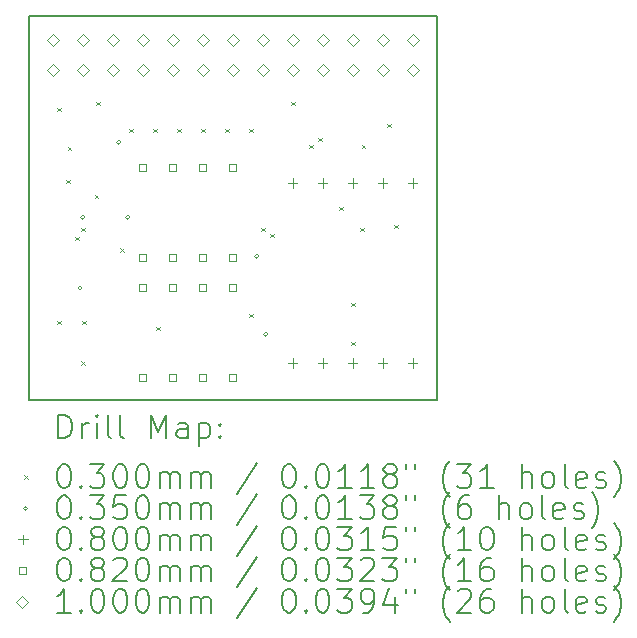
<source format=gbr>
%TF.GenerationSoftware,KiCad,Pcbnew,8.0.2-8.0.2-0~ubuntu24.04.1*%
%TF.CreationDate,2024-05-05T00:10:18+09:00*%
%TF.ProjectId,development_hat,64657665-6c6f-4706-9d65-6e745f686174,rev?*%
%TF.SameCoordinates,Original*%
%TF.FileFunction,Drillmap*%
%TF.FilePolarity,Positive*%
%FSLAX45Y45*%
G04 Gerber Fmt 4.5, Leading zero omitted, Abs format (unit mm)*
G04 Created by KiCad (PCBNEW 8.0.2-8.0.2-0~ubuntu24.04.1) date 2024-05-05 00:10:18*
%MOMM*%
%LPD*%
G01*
G04 APERTURE LIST*
%ADD10C,0.200000*%
%ADD11C,0.100000*%
G04 APERTURE END LIST*
D10*
X3606800Y-8432800D02*
X7061200Y-8432800D01*
X7061200Y-11684000D01*
X3606800Y-11684000D01*
X3606800Y-8432800D01*
D11*
X3845800Y-9205200D02*
X3875800Y-9235200D01*
X3875800Y-9205200D02*
X3845800Y-9235200D01*
X3845800Y-11008600D02*
X3875800Y-11038600D01*
X3875800Y-11008600D02*
X3845800Y-11038600D01*
X3922000Y-9814800D02*
X3952000Y-9844800D01*
X3952000Y-9814800D02*
X3922000Y-9844800D01*
X3935000Y-9535000D02*
X3965000Y-9565000D01*
X3965000Y-9535000D02*
X3935000Y-9565000D01*
X3998200Y-10297400D02*
X4028200Y-10327400D01*
X4028200Y-10297400D02*
X3998200Y-10327400D01*
X4049000Y-10221200D02*
X4079000Y-10251200D01*
X4079000Y-10221200D02*
X4049000Y-10251200D01*
X4049000Y-11351500D02*
X4079000Y-11381500D01*
X4079000Y-11351500D02*
X4049000Y-11381500D01*
X4060000Y-11010000D02*
X4090000Y-11040000D01*
X4090000Y-11010000D02*
X4060000Y-11040000D01*
X4164300Y-9941800D02*
X4194300Y-9971800D01*
X4194300Y-9941800D02*
X4164300Y-9971800D01*
X4176000Y-9154400D02*
X4206000Y-9184400D01*
X4206000Y-9154400D02*
X4176000Y-9184400D01*
X4379200Y-10395050D02*
X4409200Y-10425050D01*
X4409200Y-10395050D02*
X4379200Y-10425050D01*
X4455400Y-9383000D02*
X4485400Y-9413000D01*
X4485400Y-9383000D02*
X4455400Y-9413000D01*
X4658600Y-9383000D02*
X4688600Y-9413000D01*
X4688600Y-9383000D02*
X4658600Y-9413000D01*
X4684000Y-11059400D02*
X4714000Y-11089400D01*
X4714000Y-11059400D02*
X4684000Y-11089400D01*
X4861800Y-9383000D02*
X4891800Y-9413000D01*
X4891800Y-9383000D02*
X4861800Y-9413000D01*
X5065000Y-9383000D02*
X5095000Y-9413000D01*
X5095000Y-9383000D02*
X5065000Y-9413000D01*
X5268200Y-9383000D02*
X5298200Y-9413000D01*
X5298200Y-9383000D02*
X5268200Y-9413000D01*
X5471400Y-9383000D02*
X5501400Y-9413000D01*
X5501400Y-9383000D02*
X5471400Y-9413000D01*
X5471400Y-10951900D02*
X5501400Y-10981900D01*
X5501400Y-10951900D02*
X5471400Y-10981900D01*
X5573000Y-10221200D02*
X5603000Y-10251200D01*
X5603000Y-10221200D02*
X5573000Y-10251200D01*
X5649200Y-10272000D02*
X5679200Y-10302000D01*
X5679200Y-10272000D02*
X5649200Y-10302000D01*
X5827000Y-9154400D02*
X5857000Y-9184400D01*
X5857000Y-9154400D02*
X5827000Y-9184400D01*
X5979400Y-9521700D02*
X6009400Y-9551700D01*
X6009400Y-9521700D02*
X5979400Y-9551700D01*
X6055600Y-9459200D02*
X6085600Y-9489200D01*
X6085600Y-9459200D02*
X6055600Y-9489200D01*
X6233400Y-10043400D02*
X6263400Y-10073400D01*
X6263400Y-10043400D02*
X6233400Y-10073400D01*
X6335000Y-10856200D02*
X6365000Y-10886200D01*
X6365000Y-10856200D02*
X6335000Y-10886200D01*
X6335000Y-11186400D02*
X6365000Y-11216400D01*
X6365000Y-11186400D02*
X6335000Y-11216400D01*
X6411200Y-10221200D02*
X6441200Y-10251200D01*
X6441200Y-10221200D02*
X6411200Y-10251200D01*
X6424412Y-9521700D02*
X6454412Y-9551700D01*
X6454412Y-9521700D02*
X6424412Y-9551700D01*
X6644000Y-9340468D02*
X6674000Y-9370468D01*
X6674000Y-9340468D02*
X6644000Y-9370468D01*
X6701500Y-10195800D02*
X6731500Y-10225800D01*
X6731500Y-10195800D02*
X6701500Y-10225800D01*
X4056100Y-10731500D02*
G75*
G02*
X4021100Y-10731500I-17500J0D01*
G01*
X4021100Y-10731500D02*
G75*
G02*
X4056100Y-10731500I17500J0D01*
G01*
X4081500Y-10134600D02*
G75*
G02*
X4046500Y-10134600I-17500J0D01*
G01*
X4046500Y-10134600D02*
G75*
G02*
X4081500Y-10134600I17500J0D01*
G01*
X4386800Y-9499600D02*
G75*
G02*
X4351800Y-9499600I-17500J0D01*
G01*
X4351800Y-9499600D02*
G75*
G02*
X4386800Y-9499600I17500J0D01*
G01*
X4462500Y-10134600D02*
G75*
G02*
X4427500Y-10134600I-17500J0D01*
G01*
X4427500Y-10134600D02*
G75*
G02*
X4462500Y-10134600I17500J0D01*
G01*
X5554700Y-10464800D02*
G75*
G02*
X5519700Y-10464800I-17500J0D01*
G01*
X5519700Y-10464800D02*
G75*
G02*
X5554700Y-10464800I17500J0D01*
G01*
X5630900Y-11125200D02*
G75*
G02*
X5595900Y-11125200I-17500J0D01*
G01*
X5595900Y-11125200D02*
G75*
G02*
X5630900Y-11125200I17500J0D01*
G01*
X5842000Y-9802500D02*
X5842000Y-9882500D01*
X5802000Y-9842500D02*
X5882000Y-9842500D01*
X5842000Y-11326500D02*
X5842000Y-11406500D01*
X5802000Y-11366500D02*
X5882000Y-11366500D01*
X6096000Y-9802500D02*
X6096000Y-9882500D01*
X6056000Y-9842500D02*
X6136000Y-9842500D01*
X6096000Y-11326500D02*
X6096000Y-11406500D01*
X6056000Y-11366500D02*
X6136000Y-11366500D01*
X6350000Y-9802500D02*
X6350000Y-9882500D01*
X6310000Y-9842500D02*
X6390000Y-9842500D01*
X6350000Y-11326500D02*
X6350000Y-11406500D01*
X6310000Y-11366500D02*
X6390000Y-11366500D01*
X6604000Y-9802500D02*
X6604000Y-9882500D01*
X6564000Y-9842500D02*
X6644000Y-9842500D01*
X6604000Y-11326500D02*
X6604000Y-11406500D01*
X6564000Y-11366500D02*
X6644000Y-11366500D01*
X6858000Y-9802500D02*
X6858000Y-9882500D01*
X6818000Y-9842500D02*
X6898000Y-9842500D01*
X6858000Y-11326500D02*
X6858000Y-11406500D01*
X6818000Y-11366500D02*
X6898000Y-11366500D01*
X4600992Y-9744492D02*
X4600992Y-9686508D01*
X4543008Y-9686508D01*
X4543008Y-9744492D01*
X4600992Y-9744492D01*
X4600992Y-10506492D02*
X4600992Y-10448508D01*
X4543008Y-10448508D01*
X4543008Y-10506492D01*
X4600992Y-10506492D01*
X4600992Y-10760492D02*
X4600992Y-10702508D01*
X4543008Y-10702508D01*
X4543008Y-10760492D01*
X4600992Y-10760492D01*
X4600992Y-11522492D02*
X4600992Y-11464508D01*
X4543008Y-11464508D01*
X4543008Y-11522492D01*
X4600992Y-11522492D01*
X4854992Y-9744492D02*
X4854992Y-9686508D01*
X4797008Y-9686508D01*
X4797008Y-9744492D01*
X4854992Y-9744492D01*
X4854992Y-10506492D02*
X4854992Y-10448508D01*
X4797008Y-10448508D01*
X4797008Y-10506492D01*
X4854992Y-10506492D01*
X4854992Y-10760492D02*
X4854992Y-10702508D01*
X4797008Y-10702508D01*
X4797008Y-10760492D01*
X4854992Y-10760492D01*
X4854992Y-11522492D02*
X4854992Y-11464508D01*
X4797008Y-11464508D01*
X4797008Y-11522492D01*
X4854992Y-11522492D01*
X5108992Y-9744492D02*
X5108992Y-9686508D01*
X5051008Y-9686508D01*
X5051008Y-9744492D01*
X5108992Y-9744492D01*
X5108992Y-10506492D02*
X5108992Y-10448508D01*
X5051008Y-10448508D01*
X5051008Y-10506492D01*
X5108992Y-10506492D01*
X5108992Y-10760492D02*
X5108992Y-10702508D01*
X5051008Y-10702508D01*
X5051008Y-10760492D01*
X5108992Y-10760492D01*
X5108992Y-11522492D02*
X5108992Y-11464508D01*
X5051008Y-11464508D01*
X5051008Y-11522492D01*
X5108992Y-11522492D01*
X5362992Y-9744492D02*
X5362992Y-9686508D01*
X5305008Y-9686508D01*
X5305008Y-9744492D01*
X5362992Y-9744492D01*
X5362992Y-10506492D02*
X5362992Y-10448508D01*
X5305008Y-10448508D01*
X5305008Y-10506492D01*
X5362992Y-10506492D01*
X5362992Y-10760492D02*
X5362992Y-10702508D01*
X5305008Y-10702508D01*
X5305008Y-10760492D01*
X5362992Y-10760492D01*
X5362992Y-11522492D02*
X5362992Y-11464508D01*
X5305008Y-11464508D01*
X5305008Y-11522492D01*
X5362992Y-11522492D01*
X3810000Y-8686000D02*
X3860000Y-8636000D01*
X3810000Y-8586000D01*
X3760000Y-8636000D01*
X3810000Y-8686000D01*
X3810000Y-8940000D02*
X3860000Y-8890000D01*
X3810000Y-8840000D01*
X3760000Y-8890000D01*
X3810000Y-8940000D01*
X4064000Y-8686000D02*
X4114000Y-8636000D01*
X4064000Y-8586000D01*
X4014000Y-8636000D01*
X4064000Y-8686000D01*
X4064000Y-8940000D02*
X4114000Y-8890000D01*
X4064000Y-8840000D01*
X4014000Y-8890000D01*
X4064000Y-8940000D01*
X4318000Y-8686000D02*
X4368000Y-8636000D01*
X4318000Y-8586000D01*
X4268000Y-8636000D01*
X4318000Y-8686000D01*
X4318000Y-8940000D02*
X4368000Y-8890000D01*
X4318000Y-8840000D01*
X4268000Y-8890000D01*
X4318000Y-8940000D01*
X4572000Y-8686000D02*
X4622000Y-8636000D01*
X4572000Y-8586000D01*
X4522000Y-8636000D01*
X4572000Y-8686000D01*
X4572000Y-8940000D02*
X4622000Y-8890000D01*
X4572000Y-8840000D01*
X4522000Y-8890000D01*
X4572000Y-8940000D01*
X4826000Y-8686000D02*
X4876000Y-8636000D01*
X4826000Y-8586000D01*
X4776000Y-8636000D01*
X4826000Y-8686000D01*
X4826000Y-8940000D02*
X4876000Y-8890000D01*
X4826000Y-8840000D01*
X4776000Y-8890000D01*
X4826000Y-8940000D01*
X5080000Y-8686000D02*
X5130000Y-8636000D01*
X5080000Y-8586000D01*
X5030000Y-8636000D01*
X5080000Y-8686000D01*
X5080000Y-8940000D02*
X5130000Y-8890000D01*
X5080000Y-8840000D01*
X5030000Y-8890000D01*
X5080000Y-8940000D01*
X5334000Y-8686000D02*
X5384000Y-8636000D01*
X5334000Y-8586000D01*
X5284000Y-8636000D01*
X5334000Y-8686000D01*
X5334000Y-8940000D02*
X5384000Y-8890000D01*
X5334000Y-8840000D01*
X5284000Y-8890000D01*
X5334000Y-8940000D01*
X5588000Y-8686000D02*
X5638000Y-8636000D01*
X5588000Y-8586000D01*
X5538000Y-8636000D01*
X5588000Y-8686000D01*
X5588000Y-8940000D02*
X5638000Y-8890000D01*
X5588000Y-8840000D01*
X5538000Y-8890000D01*
X5588000Y-8940000D01*
X5842000Y-8686000D02*
X5892000Y-8636000D01*
X5842000Y-8586000D01*
X5792000Y-8636000D01*
X5842000Y-8686000D01*
X5842000Y-8940000D02*
X5892000Y-8890000D01*
X5842000Y-8840000D01*
X5792000Y-8890000D01*
X5842000Y-8940000D01*
X6096000Y-8686000D02*
X6146000Y-8636000D01*
X6096000Y-8586000D01*
X6046000Y-8636000D01*
X6096000Y-8686000D01*
X6096000Y-8940000D02*
X6146000Y-8890000D01*
X6096000Y-8840000D01*
X6046000Y-8890000D01*
X6096000Y-8940000D01*
X6350000Y-8686000D02*
X6400000Y-8636000D01*
X6350000Y-8586000D01*
X6300000Y-8636000D01*
X6350000Y-8686000D01*
X6350000Y-8940000D02*
X6400000Y-8890000D01*
X6350000Y-8840000D01*
X6300000Y-8890000D01*
X6350000Y-8940000D01*
X6604000Y-8686000D02*
X6654000Y-8636000D01*
X6604000Y-8586000D01*
X6554000Y-8636000D01*
X6604000Y-8686000D01*
X6604000Y-8940000D02*
X6654000Y-8890000D01*
X6604000Y-8840000D01*
X6554000Y-8890000D01*
X6604000Y-8940000D01*
X6858000Y-8686000D02*
X6908000Y-8636000D01*
X6858000Y-8586000D01*
X6808000Y-8636000D01*
X6858000Y-8686000D01*
X6858000Y-8940000D02*
X6908000Y-8890000D01*
X6858000Y-8840000D01*
X6808000Y-8890000D01*
X6858000Y-8940000D01*
D10*
X3857577Y-12005484D02*
X3857577Y-11805484D01*
X3857577Y-11805484D02*
X3905196Y-11805484D01*
X3905196Y-11805484D02*
X3933767Y-11815008D01*
X3933767Y-11815008D02*
X3952815Y-11834055D01*
X3952815Y-11834055D02*
X3962339Y-11853103D01*
X3962339Y-11853103D02*
X3971862Y-11891198D01*
X3971862Y-11891198D02*
X3971862Y-11919769D01*
X3971862Y-11919769D02*
X3962339Y-11957865D01*
X3962339Y-11957865D02*
X3952815Y-11976912D01*
X3952815Y-11976912D02*
X3933767Y-11995960D01*
X3933767Y-11995960D02*
X3905196Y-12005484D01*
X3905196Y-12005484D02*
X3857577Y-12005484D01*
X4057577Y-12005484D02*
X4057577Y-11872150D01*
X4057577Y-11910246D02*
X4067101Y-11891198D01*
X4067101Y-11891198D02*
X4076624Y-11881674D01*
X4076624Y-11881674D02*
X4095672Y-11872150D01*
X4095672Y-11872150D02*
X4114720Y-11872150D01*
X4181386Y-12005484D02*
X4181386Y-11872150D01*
X4181386Y-11805484D02*
X4171862Y-11815008D01*
X4171862Y-11815008D02*
X4181386Y-11824531D01*
X4181386Y-11824531D02*
X4190910Y-11815008D01*
X4190910Y-11815008D02*
X4181386Y-11805484D01*
X4181386Y-11805484D02*
X4181386Y-11824531D01*
X4305196Y-12005484D02*
X4286148Y-11995960D01*
X4286148Y-11995960D02*
X4276624Y-11976912D01*
X4276624Y-11976912D02*
X4276624Y-11805484D01*
X4409958Y-12005484D02*
X4390910Y-11995960D01*
X4390910Y-11995960D02*
X4381386Y-11976912D01*
X4381386Y-11976912D02*
X4381386Y-11805484D01*
X4638529Y-12005484D02*
X4638529Y-11805484D01*
X4638529Y-11805484D02*
X4705196Y-11948341D01*
X4705196Y-11948341D02*
X4771863Y-11805484D01*
X4771863Y-11805484D02*
X4771863Y-12005484D01*
X4952815Y-12005484D02*
X4952815Y-11900722D01*
X4952815Y-11900722D02*
X4943291Y-11881674D01*
X4943291Y-11881674D02*
X4924244Y-11872150D01*
X4924244Y-11872150D02*
X4886148Y-11872150D01*
X4886148Y-11872150D02*
X4867101Y-11881674D01*
X4952815Y-11995960D02*
X4933767Y-12005484D01*
X4933767Y-12005484D02*
X4886148Y-12005484D01*
X4886148Y-12005484D02*
X4867101Y-11995960D01*
X4867101Y-11995960D02*
X4857577Y-11976912D01*
X4857577Y-11976912D02*
X4857577Y-11957865D01*
X4857577Y-11957865D02*
X4867101Y-11938817D01*
X4867101Y-11938817D02*
X4886148Y-11929293D01*
X4886148Y-11929293D02*
X4933767Y-11929293D01*
X4933767Y-11929293D02*
X4952815Y-11919769D01*
X5048053Y-11872150D02*
X5048053Y-12072150D01*
X5048053Y-11881674D02*
X5067101Y-11872150D01*
X5067101Y-11872150D02*
X5105196Y-11872150D01*
X5105196Y-11872150D02*
X5124244Y-11881674D01*
X5124244Y-11881674D02*
X5133767Y-11891198D01*
X5133767Y-11891198D02*
X5143291Y-11910246D01*
X5143291Y-11910246D02*
X5143291Y-11967388D01*
X5143291Y-11967388D02*
X5133767Y-11986436D01*
X5133767Y-11986436D02*
X5124244Y-11995960D01*
X5124244Y-11995960D02*
X5105196Y-12005484D01*
X5105196Y-12005484D02*
X5067101Y-12005484D01*
X5067101Y-12005484D02*
X5048053Y-11995960D01*
X5229005Y-11986436D02*
X5238529Y-11995960D01*
X5238529Y-11995960D02*
X5229005Y-12005484D01*
X5229005Y-12005484D02*
X5219482Y-11995960D01*
X5219482Y-11995960D02*
X5229005Y-11986436D01*
X5229005Y-11986436D02*
X5229005Y-12005484D01*
X5229005Y-11881674D02*
X5238529Y-11891198D01*
X5238529Y-11891198D02*
X5229005Y-11900722D01*
X5229005Y-11900722D02*
X5219482Y-11891198D01*
X5219482Y-11891198D02*
X5229005Y-11881674D01*
X5229005Y-11881674D02*
X5229005Y-11900722D01*
D11*
X3566800Y-12319000D02*
X3596800Y-12349000D01*
X3596800Y-12319000D02*
X3566800Y-12349000D01*
D10*
X3895672Y-12225484D02*
X3914720Y-12225484D01*
X3914720Y-12225484D02*
X3933767Y-12235008D01*
X3933767Y-12235008D02*
X3943291Y-12244531D01*
X3943291Y-12244531D02*
X3952815Y-12263579D01*
X3952815Y-12263579D02*
X3962339Y-12301674D01*
X3962339Y-12301674D02*
X3962339Y-12349293D01*
X3962339Y-12349293D02*
X3952815Y-12387388D01*
X3952815Y-12387388D02*
X3943291Y-12406436D01*
X3943291Y-12406436D02*
X3933767Y-12415960D01*
X3933767Y-12415960D02*
X3914720Y-12425484D01*
X3914720Y-12425484D02*
X3895672Y-12425484D01*
X3895672Y-12425484D02*
X3876624Y-12415960D01*
X3876624Y-12415960D02*
X3867101Y-12406436D01*
X3867101Y-12406436D02*
X3857577Y-12387388D01*
X3857577Y-12387388D02*
X3848053Y-12349293D01*
X3848053Y-12349293D02*
X3848053Y-12301674D01*
X3848053Y-12301674D02*
X3857577Y-12263579D01*
X3857577Y-12263579D02*
X3867101Y-12244531D01*
X3867101Y-12244531D02*
X3876624Y-12235008D01*
X3876624Y-12235008D02*
X3895672Y-12225484D01*
X4048053Y-12406436D02*
X4057577Y-12415960D01*
X4057577Y-12415960D02*
X4048053Y-12425484D01*
X4048053Y-12425484D02*
X4038529Y-12415960D01*
X4038529Y-12415960D02*
X4048053Y-12406436D01*
X4048053Y-12406436D02*
X4048053Y-12425484D01*
X4124243Y-12225484D02*
X4248053Y-12225484D01*
X4248053Y-12225484D02*
X4181386Y-12301674D01*
X4181386Y-12301674D02*
X4209958Y-12301674D01*
X4209958Y-12301674D02*
X4229005Y-12311198D01*
X4229005Y-12311198D02*
X4238529Y-12320722D01*
X4238529Y-12320722D02*
X4248053Y-12339769D01*
X4248053Y-12339769D02*
X4248053Y-12387388D01*
X4248053Y-12387388D02*
X4238529Y-12406436D01*
X4238529Y-12406436D02*
X4229005Y-12415960D01*
X4229005Y-12415960D02*
X4209958Y-12425484D01*
X4209958Y-12425484D02*
X4152815Y-12425484D01*
X4152815Y-12425484D02*
X4133767Y-12415960D01*
X4133767Y-12415960D02*
X4124243Y-12406436D01*
X4371863Y-12225484D02*
X4390910Y-12225484D01*
X4390910Y-12225484D02*
X4409958Y-12235008D01*
X4409958Y-12235008D02*
X4419482Y-12244531D01*
X4419482Y-12244531D02*
X4429005Y-12263579D01*
X4429005Y-12263579D02*
X4438529Y-12301674D01*
X4438529Y-12301674D02*
X4438529Y-12349293D01*
X4438529Y-12349293D02*
X4429005Y-12387388D01*
X4429005Y-12387388D02*
X4419482Y-12406436D01*
X4419482Y-12406436D02*
X4409958Y-12415960D01*
X4409958Y-12415960D02*
X4390910Y-12425484D01*
X4390910Y-12425484D02*
X4371863Y-12425484D01*
X4371863Y-12425484D02*
X4352815Y-12415960D01*
X4352815Y-12415960D02*
X4343291Y-12406436D01*
X4343291Y-12406436D02*
X4333767Y-12387388D01*
X4333767Y-12387388D02*
X4324244Y-12349293D01*
X4324244Y-12349293D02*
X4324244Y-12301674D01*
X4324244Y-12301674D02*
X4333767Y-12263579D01*
X4333767Y-12263579D02*
X4343291Y-12244531D01*
X4343291Y-12244531D02*
X4352815Y-12235008D01*
X4352815Y-12235008D02*
X4371863Y-12225484D01*
X4562339Y-12225484D02*
X4581386Y-12225484D01*
X4581386Y-12225484D02*
X4600434Y-12235008D01*
X4600434Y-12235008D02*
X4609958Y-12244531D01*
X4609958Y-12244531D02*
X4619482Y-12263579D01*
X4619482Y-12263579D02*
X4629005Y-12301674D01*
X4629005Y-12301674D02*
X4629005Y-12349293D01*
X4629005Y-12349293D02*
X4619482Y-12387388D01*
X4619482Y-12387388D02*
X4609958Y-12406436D01*
X4609958Y-12406436D02*
X4600434Y-12415960D01*
X4600434Y-12415960D02*
X4581386Y-12425484D01*
X4581386Y-12425484D02*
X4562339Y-12425484D01*
X4562339Y-12425484D02*
X4543291Y-12415960D01*
X4543291Y-12415960D02*
X4533767Y-12406436D01*
X4533767Y-12406436D02*
X4524244Y-12387388D01*
X4524244Y-12387388D02*
X4514720Y-12349293D01*
X4514720Y-12349293D02*
X4514720Y-12301674D01*
X4514720Y-12301674D02*
X4524244Y-12263579D01*
X4524244Y-12263579D02*
X4533767Y-12244531D01*
X4533767Y-12244531D02*
X4543291Y-12235008D01*
X4543291Y-12235008D02*
X4562339Y-12225484D01*
X4714720Y-12425484D02*
X4714720Y-12292150D01*
X4714720Y-12311198D02*
X4724244Y-12301674D01*
X4724244Y-12301674D02*
X4743291Y-12292150D01*
X4743291Y-12292150D02*
X4771863Y-12292150D01*
X4771863Y-12292150D02*
X4790910Y-12301674D01*
X4790910Y-12301674D02*
X4800434Y-12320722D01*
X4800434Y-12320722D02*
X4800434Y-12425484D01*
X4800434Y-12320722D02*
X4809958Y-12301674D01*
X4809958Y-12301674D02*
X4829005Y-12292150D01*
X4829005Y-12292150D02*
X4857577Y-12292150D01*
X4857577Y-12292150D02*
X4876625Y-12301674D01*
X4876625Y-12301674D02*
X4886148Y-12320722D01*
X4886148Y-12320722D02*
X4886148Y-12425484D01*
X4981386Y-12425484D02*
X4981386Y-12292150D01*
X4981386Y-12311198D02*
X4990910Y-12301674D01*
X4990910Y-12301674D02*
X5009958Y-12292150D01*
X5009958Y-12292150D02*
X5038529Y-12292150D01*
X5038529Y-12292150D02*
X5057577Y-12301674D01*
X5057577Y-12301674D02*
X5067101Y-12320722D01*
X5067101Y-12320722D02*
X5067101Y-12425484D01*
X5067101Y-12320722D02*
X5076625Y-12301674D01*
X5076625Y-12301674D02*
X5095672Y-12292150D01*
X5095672Y-12292150D02*
X5124244Y-12292150D01*
X5124244Y-12292150D02*
X5143291Y-12301674D01*
X5143291Y-12301674D02*
X5152815Y-12320722D01*
X5152815Y-12320722D02*
X5152815Y-12425484D01*
X5543291Y-12215960D02*
X5371863Y-12473103D01*
X5800434Y-12225484D02*
X5819482Y-12225484D01*
X5819482Y-12225484D02*
X5838529Y-12235008D01*
X5838529Y-12235008D02*
X5848053Y-12244531D01*
X5848053Y-12244531D02*
X5857577Y-12263579D01*
X5857577Y-12263579D02*
X5867101Y-12301674D01*
X5867101Y-12301674D02*
X5867101Y-12349293D01*
X5867101Y-12349293D02*
X5857577Y-12387388D01*
X5857577Y-12387388D02*
X5848053Y-12406436D01*
X5848053Y-12406436D02*
X5838529Y-12415960D01*
X5838529Y-12415960D02*
X5819482Y-12425484D01*
X5819482Y-12425484D02*
X5800434Y-12425484D01*
X5800434Y-12425484D02*
X5781386Y-12415960D01*
X5781386Y-12415960D02*
X5771863Y-12406436D01*
X5771863Y-12406436D02*
X5762339Y-12387388D01*
X5762339Y-12387388D02*
X5752815Y-12349293D01*
X5752815Y-12349293D02*
X5752815Y-12301674D01*
X5752815Y-12301674D02*
X5762339Y-12263579D01*
X5762339Y-12263579D02*
X5771863Y-12244531D01*
X5771863Y-12244531D02*
X5781386Y-12235008D01*
X5781386Y-12235008D02*
X5800434Y-12225484D01*
X5952815Y-12406436D02*
X5962339Y-12415960D01*
X5962339Y-12415960D02*
X5952815Y-12425484D01*
X5952815Y-12425484D02*
X5943291Y-12415960D01*
X5943291Y-12415960D02*
X5952815Y-12406436D01*
X5952815Y-12406436D02*
X5952815Y-12425484D01*
X6086148Y-12225484D02*
X6105196Y-12225484D01*
X6105196Y-12225484D02*
X6124244Y-12235008D01*
X6124244Y-12235008D02*
X6133767Y-12244531D01*
X6133767Y-12244531D02*
X6143291Y-12263579D01*
X6143291Y-12263579D02*
X6152815Y-12301674D01*
X6152815Y-12301674D02*
X6152815Y-12349293D01*
X6152815Y-12349293D02*
X6143291Y-12387388D01*
X6143291Y-12387388D02*
X6133767Y-12406436D01*
X6133767Y-12406436D02*
X6124244Y-12415960D01*
X6124244Y-12415960D02*
X6105196Y-12425484D01*
X6105196Y-12425484D02*
X6086148Y-12425484D01*
X6086148Y-12425484D02*
X6067101Y-12415960D01*
X6067101Y-12415960D02*
X6057577Y-12406436D01*
X6057577Y-12406436D02*
X6048053Y-12387388D01*
X6048053Y-12387388D02*
X6038529Y-12349293D01*
X6038529Y-12349293D02*
X6038529Y-12301674D01*
X6038529Y-12301674D02*
X6048053Y-12263579D01*
X6048053Y-12263579D02*
X6057577Y-12244531D01*
X6057577Y-12244531D02*
X6067101Y-12235008D01*
X6067101Y-12235008D02*
X6086148Y-12225484D01*
X6343291Y-12425484D02*
X6229006Y-12425484D01*
X6286148Y-12425484D02*
X6286148Y-12225484D01*
X6286148Y-12225484D02*
X6267101Y-12254055D01*
X6267101Y-12254055D02*
X6248053Y-12273103D01*
X6248053Y-12273103D02*
X6229006Y-12282627D01*
X6533767Y-12425484D02*
X6419482Y-12425484D01*
X6476625Y-12425484D02*
X6476625Y-12225484D01*
X6476625Y-12225484D02*
X6457577Y-12254055D01*
X6457577Y-12254055D02*
X6438529Y-12273103D01*
X6438529Y-12273103D02*
X6419482Y-12282627D01*
X6648053Y-12311198D02*
X6629006Y-12301674D01*
X6629006Y-12301674D02*
X6619482Y-12292150D01*
X6619482Y-12292150D02*
X6609958Y-12273103D01*
X6609958Y-12273103D02*
X6609958Y-12263579D01*
X6609958Y-12263579D02*
X6619482Y-12244531D01*
X6619482Y-12244531D02*
X6629006Y-12235008D01*
X6629006Y-12235008D02*
X6648053Y-12225484D01*
X6648053Y-12225484D02*
X6686148Y-12225484D01*
X6686148Y-12225484D02*
X6705196Y-12235008D01*
X6705196Y-12235008D02*
X6714720Y-12244531D01*
X6714720Y-12244531D02*
X6724244Y-12263579D01*
X6724244Y-12263579D02*
X6724244Y-12273103D01*
X6724244Y-12273103D02*
X6714720Y-12292150D01*
X6714720Y-12292150D02*
X6705196Y-12301674D01*
X6705196Y-12301674D02*
X6686148Y-12311198D01*
X6686148Y-12311198D02*
X6648053Y-12311198D01*
X6648053Y-12311198D02*
X6629006Y-12320722D01*
X6629006Y-12320722D02*
X6619482Y-12330246D01*
X6619482Y-12330246D02*
X6609958Y-12349293D01*
X6609958Y-12349293D02*
X6609958Y-12387388D01*
X6609958Y-12387388D02*
X6619482Y-12406436D01*
X6619482Y-12406436D02*
X6629006Y-12415960D01*
X6629006Y-12415960D02*
X6648053Y-12425484D01*
X6648053Y-12425484D02*
X6686148Y-12425484D01*
X6686148Y-12425484D02*
X6705196Y-12415960D01*
X6705196Y-12415960D02*
X6714720Y-12406436D01*
X6714720Y-12406436D02*
X6724244Y-12387388D01*
X6724244Y-12387388D02*
X6724244Y-12349293D01*
X6724244Y-12349293D02*
X6714720Y-12330246D01*
X6714720Y-12330246D02*
X6705196Y-12320722D01*
X6705196Y-12320722D02*
X6686148Y-12311198D01*
X6800434Y-12225484D02*
X6800434Y-12263579D01*
X6876625Y-12225484D02*
X6876625Y-12263579D01*
X7171863Y-12501674D02*
X7162339Y-12492150D01*
X7162339Y-12492150D02*
X7143291Y-12463579D01*
X7143291Y-12463579D02*
X7133768Y-12444531D01*
X7133768Y-12444531D02*
X7124244Y-12415960D01*
X7124244Y-12415960D02*
X7114720Y-12368341D01*
X7114720Y-12368341D02*
X7114720Y-12330246D01*
X7114720Y-12330246D02*
X7124244Y-12282627D01*
X7124244Y-12282627D02*
X7133768Y-12254055D01*
X7133768Y-12254055D02*
X7143291Y-12235008D01*
X7143291Y-12235008D02*
X7162339Y-12206436D01*
X7162339Y-12206436D02*
X7171863Y-12196912D01*
X7229006Y-12225484D02*
X7352815Y-12225484D01*
X7352815Y-12225484D02*
X7286148Y-12301674D01*
X7286148Y-12301674D02*
X7314720Y-12301674D01*
X7314720Y-12301674D02*
X7333768Y-12311198D01*
X7333768Y-12311198D02*
X7343291Y-12320722D01*
X7343291Y-12320722D02*
X7352815Y-12339769D01*
X7352815Y-12339769D02*
X7352815Y-12387388D01*
X7352815Y-12387388D02*
X7343291Y-12406436D01*
X7343291Y-12406436D02*
X7333768Y-12415960D01*
X7333768Y-12415960D02*
X7314720Y-12425484D01*
X7314720Y-12425484D02*
X7257577Y-12425484D01*
X7257577Y-12425484D02*
X7238529Y-12415960D01*
X7238529Y-12415960D02*
X7229006Y-12406436D01*
X7543291Y-12425484D02*
X7429006Y-12425484D01*
X7486148Y-12425484D02*
X7486148Y-12225484D01*
X7486148Y-12225484D02*
X7467101Y-12254055D01*
X7467101Y-12254055D02*
X7448053Y-12273103D01*
X7448053Y-12273103D02*
X7429006Y-12282627D01*
X7781387Y-12425484D02*
X7781387Y-12225484D01*
X7867101Y-12425484D02*
X7867101Y-12320722D01*
X7867101Y-12320722D02*
X7857577Y-12301674D01*
X7857577Y-12301674D02*
X7838530Y-12292150D01*
X7838530Y-12292150D02*
X7809958Y-12292150D01*
X7809958Y-12292150D02*
X7790910Y-12301674D01*
X7790910Y-12301674D02*
X7781387Y-12311198D01*
X7990910Y-12425484D02*
X7971863Y-12415960D01*
X7971863Y-12415960D02*
X7962339Y-12406436D01*
X7962339Y-12406436D02*
X7952815Y-12387388D01*
X7952815Y-12387388D02*
X7952815Y-12330246D01*
X7952815Y-12330246D02*
X7962339Y-12311198D01*
X7962339Y-12311198D02*
X7971863Y-12301674D01*
X7971863Y-12301674D02*
X7990910Y-12292150D01*
X7990910Y-12292150D02*
X8019482Y-12292150D01*
X8019482Y-12292150D02*
X8038530Y-12301674D01*
X8038530Y-12301674D02*
X8048053Y-12311198D01*
X8048053Y-12311198D02*
X8057577Y-12330246D01*
X8057577Y-12330246D02*
X8057577Y-12387388D01*
X8057577Y-12387388D02*
X8048053Y-12406436D01*
X8048053Y-12406436D02*
X8038530Y-12415960D01*
X8038530Y-12415960D02*
X8019482Y-12425484D01*
X8019482Y-12425484D02*
X7990910Y-12425484D01*
X8171863Y-12425484D02*
X8152815Y-12415960D01*
X8152815Y-12415960D02*
X8143291Y-12396912D01*
X8143291Y-12396912D02*
X8143291Y-12225484D01*
X8324244Y-12415960D02*
X8305196Y-12425484D01*
X8305196Y-12425484D02*
X8267101Y-12425484D01*
X8267101Y-12425484D02*
X8248053Y-12415960D01*
X8248053Y-12415960D02*
X8238530Y-12396912D01*
X8238530Y-12396912D02*
X8238530Y-12320722D01*
X8238530Y-12320722D02*
X8248053Y-12301674D01*
X8248053Y-12301674D02*
X8267101Y-12292150D01*
X8267101Y-12292150D02*
X8305196Y-12292150D01*
X8305196Y-12292150D02*
X8324244Y-12301674D01*
X8324244Y-12301674D02*
X8333768Y-12320722D01*
X8333768Y-12320722D02*
X8333768Y-12339769D01*
X8333768Y-12339769D02*
X8238530Y-12358817D01*
X8409958Y-12415960D02*
X8429006Y-12425484D01*
X8429006Y-12425484D02*
X8467101Y-12425484D01*
X8467101Y-12425484D02*
X8486149Y-12415960D01*
X8486149Y-12415960D02*
X8495673Y-12396912D01*
X8495673Y-12396912D02*
X8495673Y-12387388D01*
X8495673Y-12387388D02*
X8486149Y-12368341D01*
X8486149Y-12368341D02*
X8467101Y-12358817D01*
X8467101Y-12358817D02*
X8438530Y-12358817D01*
X8438530Y-12358817D02*
X8419482Y-12349293D01*
X8419482Y-12349293D02*
X8409958Y-12330246D01*
X8409958Y-12330246D02*
X8409958Y-12320722D01*
X8409958Y-12320722D02*
X8419482Y-12301674D01*
X8419482Y-12301674D02*
X8438530Y-12292150D01*
X8438530Y-12292150D02*
X8467101Y-12292150D01*
X8467101Y-12292150D02*
X8486149Y-12301674D01*
X8562339Y-12501674D02*
X8571863Y-12492150D01*
X8571863Y-12492150D02*
X8590911Y-12463579D01*
X8590911Y-12463579D02*
X8600434Y-12444531D01*
X8600434Y-12444531D02*
X8609958Y-12415960D01*
X8609958Y-12415960D02*
X8619482Y-12368341D01*
X8619482Y-12368341D02*
X8619482Y-12330246D01*
X8619482Y-12330246D02*
X8609958Y-12282627D01*
X8609958Y-12282627D02*
X8600434Y-12254055D01*
X8600434Y-12254055D02*
X8590911Y-12235008D01*
X8590911Y-12235008D02*
X8571863Y-12206436D01*
X8571863Y-12206436D02*
X8562339Y-12196912D01*
D11*
X3596800Y-12598000D02*
G75*
G02*
X3561800Y-12598000I-17500J0D01*
G01*
X3561800Y-12598000D02*
G75*
G02*
X3596800Y-12598000I17500J0D01*
G01*
D10*
X3895672Y-12489484D02*
X3914720Y-12489484D01*
X3914720Y-12489484D02*
X3933767Y-12499008D01*
X3933767Y-12499008D02*
X3943291Y-12508531D01*
X3943291Y-12508531D02*
X3952815Y-12527579D01*
X3952815Y-12527579D02*
X3962339Y-12565674D01*
X3962339Y-12565674D02*
X3962339Y-12613293D01*
X3962339Y-12613293D02*
X3952815Y-12651388D01*
X3952815Y-12651388D02*
X3943291Y-12670436D01*
X3943291Y-12670436D02*
X3933767Y-12679960D01*
X3933767Y-12679960D02*
X3914720Y-12689484D01*
X3914720Y-12689484D02*
X3895672Y-12689484D01*
X3895672Y-12689484D02*
X3876624Y-12679960D01*
X3876624Y-12679960D02*
X3867101Y-12670436D01*
X3867101Y-12670436D02*
X3857577Y-12651388D01*
X3857577Y-12651388D02*
X3848053Y-12613293D01*
X3848053Y-12613293D02*
X3848053Y-12565674D01*
X3848053Y-12565674D02*
X3857577Y-12527579D01*
X3857577Y-12527579D02*
X3867101Y-12508531D01*
X3867101Y-12508531D02*
X3876624Y-12499008D01*
X3876624Y-12499008D02*
X3895672Y-12489484D01*
X4048053Y-12670436D02*
X4057577Y-12679960D01*
X4057577Y-12679960D02*
X4048053Y-12689484D01*
X4048053Y-12689484D02*
X4038529Y-12679960D01*
X4038529Y-12679960D02*
X4048053Y-12670436D01*
X4048053Y-12670436D02*
X4048053Y-12689484D01*
X4124243Y-12489484D02*
X4248053Y-12489484D01*
X4248053Y-12489484D02*
X4181386Y-12565674D01*
X4181386Y-12565674D02*
X4209958Y-12565674D01*
X4209958Y-12565674D02*
X4229005Y-12575198D01*
X4229005Y-12575198D02*
X4238529Y-12584722D01*
X4238529Y-12584722D02*
X4248053Y-12603769D01*
X4248053Y-12603769D02*
X4248053Y-12651388D01*
X4248053Y-12651388D02*
X4238529Y-12670436D01*
X4238529Y-12670436D02*
X4229005Y-12679960D01*
X4229005Y-12679960D02*
X4209958Y-12689484D01*
X4209958Y-12689484D02*
X4152815Y-12689484D01*
X4152815Y-12689484D02*
X4133767Y-12679960D01*
X4133767Y-12679960D02*
X4124243Y-12670436D01*
X4429005Y-12489484D02*
X4333767Y-12489484D01*
X4333767Y-12489484D02*
X4324244Y-12584722D01*
X4324244Y-12584722D02*
X4333767Y-12575198D01*
X4333767Y-12575198D02*
X4352815Y-12565674D01*
X4352815Y-12565674D02*
X4400434Y-12565674D01*
X4400434Y-12565674D02*
X4419482Y-12575198D01*
X4419482Y-12575198D02*
X4429005Y-12584722D01*
X4429005Y-12584722D02*
X4438529Y-12603769D01*
X4438529Y-12603769D02*
X4438529Y-12651388D01*
X4438529Y-12651388D02*
X4429005Y-12670436D01*
X4429005Y-12670436D02*
X4419482Y-12679960D01*
X4419482Y-12679960D02*
X4400434Y-12689484D01*
X4400434Y-12689484D02*
X4352815Y-12689484D01*
X4352815Y-12689484D02*
X4333767Y-12679960D01*
X4333767Y-12679960D02*
X4324244Y-12670436D01*
X4562339Y-12489484D02*
X4581386Y-12489484D01*
X4581386Y-12489484D02*
X4600434Y-12499008D01*
X4600434Y-12499008D02*
X4609958Y-12508531D01*
X4609958Y-12508531D02*
X4619482Y-12527579D01*
X4619482Y-12527579D02*
X4629005Y-12565674D01*
X4629005Y-12565674D02*
X4629005Y-12613293D01*
X4629005Y-12613293D02*
X4619482Y-12651388D01*
X4619482Y-12651388D02*
X4609958Y-12670436D01*
X4609958Y-12670436D02*
X4600434Y-12679960D01*
X4600434Y-12679960D02*
X4581386Y-12689484D01*
X4581386Y-12689484D02*
X4562339Y-12689484D01*
X4562339Y-12689484D02*
X4543291Y-12679960D01*
X4543291Y-12679960D02*
X4533767Y-12670436D01*
X4533767Y-12670436D02*
X4524244Y-12651388D01*
X4524244Y-12651388D02*
X4514720Y-12613293D01*
X4514720Y-12613293D02*
X4514720Y-12565674D01*
X4514720Y-12565674D02*
X4524244Y-12527579D01*
X4524244Y-12527579D02*
X4533767Y-12508531D01*
X4533767Y-12508531D02*
X4543291Y-12499008D01*
X4543291Y-12499008D02*
X4562339Y-12489484D01*
X4714720Y-12689484D02*
X4714720Y-12556150D01*
X4714720Y-12575198D02*
X4724244Y-12565674D01*
X4724244Y-12565674D02*
X4743291Y-12556150D01*
X4743291Y-12556150D02*
X4771863Y-12556150D01*
X4771863Y-12556150D02*
X4790910Y-12565674D01*
X4790910Y-12565674D02*
X4800434Y-12584722D01*
X4800434Y-12584722D02*
X4800434Y-12689484D01*
X4800434Y-12584722D02*
X4809958Y-12565674D01*
X4809958Y-12565674D02*
X4829005Y-12556150D01*
X4829005Y-12556150D02*
X4857577Y-12556150D01*
X4857577Y-12556150D02*
X4876625Y-12565674D01*
X4876625Y-12565674D02*
X4886148Y-12584722D01*
X4886148Y-12584722D02*
X4886148Y-12689484D01*
X4981386Y-12689484D02*
X4981386Y-12556150D01*
X4981386Y-12575198D02*
X4990910Y-12565674D01*
X4990910Y-12565674D02*
X5009958Y-12556150D01*
X5009958Y-12556150D02*
X5038529Y-12556150D01*
X5038529Y-12556150D02*
X5057577Y-12565674D01*
X5057577Y-12565674D02*
X5067101Y-12584722D01*
X5067101Y-12584722D02*
X5067101Y-12689484D01*
X5067101Y-12584722D02*
X5076625Y-12565674D01*
X5076625Y-12565674D02*
X5095672Y-12556150D01*
X5095672Y-12556150D02*
X5124244Y-12556150D01*
X5124244Y-12556150D02*
X5143291Y-12565674D01*
X5143291Y-12565674D02*
X5152815Y-12584722D01*
X5152815Y-12584722D02*
X5152815Y-12689484D01*
X5543291Y-12479960D02*
X5371863Y-12737103D01*
X5800434Y-12489484D02*
X5819482Y-12489484D01*
X5819482Y-12489484D02*
X5838529Y-12499008D01*
X5838529Y-12499008D02*
X5848053Y-12508531D01*
X5848053Y-12508531D02*
X5857577Y-12527579D01*
X5857577Y-12527579D02*
X5867101Y-12565674D01*
X5867101Y-12565674D02*
X5867101Y-12613293D01*
X5867101Y-12613293D02*
X5857577Y-12651388D01*
X5857577Y-12651388D02*
X5848053Y-12670436D01*
X5848053Y-12670436D02*
X5838529Y-12679960D01*
X5838529Y-12679960D02*
X5819482Y-12689484D01*
X5819482Y-12689484D02*
X5800434Y-12689484D01*
X5800434Y-12689484D02*
X5781386Y-12679960D01*
X5781386Y-12679960D02*
X5771863Y-12670436D01*
X5771863Y-12670436D02*
X5762339Y-12651388D01*
X5762339Y-12651388D02*
X5752815Y-12613293D01*
X5752815Y-12613293D02*
X5752815Y-12565674D01*
X5752815Y-12565674D02*
X5762339Y-12527579D01*
X5762339Y-12527579D02*
X5771863Y-12508531D01*
X5771863Y-12508531D02*
X5781386Y-12499008D01*
X5781386Y-12499008D02*
X5800434Y-12489484D01*
X5952815Y-12670436D02*
X5962339Y-12679960D01*
X5962339Y-12679960D02*
X5952815Y-12689484D01*
X5952815Y-12689484D02*
X5943291Y-12679960D01*
X5943291Y-12679960D02*
X5952815Y-12670436D01*
X5952815Y-12670436D02*
X5952815Y-12689484D01*
X6086148Y-12489484D02*
X6105196Y-12489484D01*
X6105196Y-12489484D02*
X6124244Y-12499008D01*
X6124244Y-12499008D02*
X6133767Y-12508531D01*
X6133767Y-12508531D02*
X6143291Y-12527579D01*
X6143291Y-12527579D02*
X6152815Y-12565674D01*
X6152815Y-12565674D02*
X6152815Y-12613293D01*
X6152815Y-12613293D02*
X6143291Y-12651388D01*
X6143291Y-12651388D02*
X6133767Y-12670436D01*
X6133767Y-12670436D02*
X6124244Y-12679960D01*
X6124244Y-12679960D02*
X6105196Y-12689484D01*
X6105196Y-12689484D02*
X6086148Y-12689484D01*
X6086148Y-12689484D02*
X6067101Y-12679960D01*
X6067101Y-12679960D02*
X6057577Y-12670436D01*
X6057577Y-12670436D02*
X6048053Y-12651388D01*
X6048053Y-12651388D02*
X6038529Y-12613293D01*
X6038529Y-12613293D02*
X6038529Y-12565674D01*
X6038529Y-12565674D02*
X6048053Y-12527579D01*
X6048053Y-12527579D02*
X6057577Y-12508531D01*
X6057577Y-12508531D02*
X6067101Y-12499008D01*
X6067101Y-12499008D02*
X6086148Y-12489484D01*
X6343291Y-12689484D02*
X6229006Y-12689484D01*
X6286148Y-12689484D02*
X6286148Y-12489484D01*
X6286148Y-12489484D02*
X6267101Y-12518055D01*
X6267101Y-12518055D02*
X6248053Y-12537103D01*
X6248053Y-12537103D02*
X6229006Y-12546627D01*
X6409958Y-12489484D02*
X6533767Y-12489484D01*
X6533767Y-12489484D02*
X6467101Y-12565674D01*
X6467101Y-12565674D02*
X6495672Y-12565674D01*
X6495672Y-12565674D02*
X6514720Y-12575198D01*
X6514720Y-12575198D02*
X6524244Y-12584722D01*
X6524244Y-12584722D02*
X6533767Y-12603769D01*
X6533767Y-12603769D02*
X6533767Y-12651388D01*
X6533767Y-12651388D02*
X6524244Y-12670436D01*
X6524244Y-12670436D02*
X6514720Y-12679960D01*
X6514720Y-12679960D02*
X6495672Y-12689484D01*
X6495672Y-12689484D02*
X6438529Y-12689484D01*
X6438529Y-12689484D02*
X6419482Y-12679960D01*
X6419482Y-12679960D02*
X6409958Y-12670436D01*
X6648053Y-12575198D02*
X6629006Y-12565674D01*
X6629006Y-12565674D02*
X6619482Y-12556150D01*
X6619482Y-12556150D02*
X6609958Y-12537103D01*
X6609958Y-12537103D02*
X6609958Y-12527579D01*
X6609958Y-12527579D02*
X6619482Y-12508531D01*
X6619482Y-12508531D02*
X6629006Y-12499008D01*
X6629006Y-12499008D02*
X6648053Y-12489484D01*
X6648053Y-12489484D02*
X6686148Y-12489484D01*
X6686148Y-12489484D02*
X6705196Y-12499008D01*
X6705196Y-12499008D02*
X6714720Y-12508531D01*
X6714720Y-12508531D02*
X6724244Y-12527579D01*
X6724244Y-12527579D02*
X6724244Y-12537103D01*
X6724244Y-12537103D02*
X6714720Y-12556150D01*
X6714720Y-12556150D02*
X6705196Y-12565674D01*
X6705196Y-12565674D02*
X6686148Y-12575198D01*
X6686148Y-12575198D02*
X6648053Y-12575198D01*
X6648053Y-12575198D02*
X6629006Y-12584722D01*
X6629006Y-12584722D02*
X6619482Y-12594246D01*
X6619482Y-12594246D02*
X6609958Y-12613293D01*
X6609958Y-12613293D02*
X6609958Y-12651388D01*
X6609958Y-12651388D02*
X6619482Y-12670436D01*
X6619482Y-12670436D02*
X6629006Y-12679960D01*
X6629006Y-12679960D02*
X6648053Y-12689484D01*
X6648053Y-12689484D02*
X6686148Y-12689484D01*
X6686148Y-12689484D02*
X6705196Y-12679960D01*
X6705196Y-12679960D02*
X6714720Y-12670436D01*
X6714720Y-12670436D02*
X6724244Y-12651388D01*
X6724244Y-12651388D02*
X6724244Y-12613293D01*
X6724244Y-12613293D02*
X6714720Y-12594246D01*
X6714720Y-12594246D02*
X6705196Y-12584722D01*
X6705196Y-12584722D02*
X6686148Y-12575198D01*
X6800434Y-12489484D02*
X6800434Y-12527579D01*
X6876625Y-12489484D02*
X6876625Y-12527579D01*
X7171863Y-12765674D02*
X7162339Y-12756150D01*
X7162339Y-12756150D02*
X7143291Y-12727579D01*
X7143291Y-12727579D02*
X7133768Y-12708531D01*
X7133768Y-12708531D02*
X7124244Y-12679960D01*
X7124244Y-12679960D02*
X7114720Y-12632341D01*
X7114720Y-12632341D02*
X7114720Y-12594246D01*
X7114720Y-12594246D02*
X7124244Y-12546627D01*
X7124244Y-12546627D02*
X7133768Y-12518055D01*
X7133768Y-12518055D02*
X7143291Y-12499008D01*
X7143291Y-12499008D02*
X7162339Y-12470436D01*
X7162339Y-12470436D02*
X7171863Y-12460912D01*
X7333768Y-12489484D02*
X7295672Y-12489484D01*
X7295672Y-12489484D02*
X7276625Y-12499008D01*
X7276625Y-12499008D02*
X7267101Y-12508531D01*
X7267101Y-12508531D02*
X7248053Y-12537103D01*
X7248053Y-12537103D02*
X7238529Y-12575198D01*
X7238529Y-12575198D02*
X7238529Y-12651388D01*
X7238529Y-12651388D02*
X7248053Y-12670436D01*
X7248053Y-12670436D02*
X7257577Y-12679960D01*
X7257577Y-12679960D02*
X7276625Y-12689484D01*
X7276625Y-12689484D02*
X7314720Y-12689484D01*
X7314720Y-12689484D02*
X7333768Y-12679960D01*
X7333768Y-12679960D02*
X7343291Y-12670436D01*
X7343291Y-12670436D02*
X7352815Y-12651388D01*
X7352815Y-12651388D02*
X7352815Y-12603769D01*
X7352815Y-12603769D02*
X7343291Y-12584722D01*
X7343291Y-12584722D02*
X7333768Y-12575198D01*
X7333768Y-12575198D02*
X7314720Y-12565674D01*
X7314720Y-12565674D02*
X7276625Y-12565674D01*
X7276625Y-12565674D02*
X7257577Y-12575198D01*
X7257577Y-12575198D02*
X7248053Y-12584722D01*
X7248053Y-12584722D02*
X7238529Y-12603769D01*
X7590910Y-12689484D02*
X7590910Y-12489484D01*
X7676625Y-12689484D02*
X7676625Y-12584722D01*
X7676625Y-12584722D02*
X7667101Y-12565674D01*
X7667101Y-12565674D02*
X7648053Y-12556150D01*
X7648053Y-12556150D02*
X7619482Y-12556150D01*
X7619482Y-12556150D02*
X7600434Y-12565674D01*
X7600434Y-12565674D02*
X7590910Y-12575198D01*
X7800434Y-12689484D02*
X7781387Y-12679960D01*
X7781387Y-12679960D02*
X7771863Y-12670436D01*
X7771863Y-12670436D02*
X7762339Y-12651388D01*
X7762339Y-12651388D02*
X7762339Y-12594246D01*
X7762339Y-12594246D02*
X7771863Y-12575198D01*
X7771863Y-12575198D02*
X7781387Y-12565674D01*
X7781387Y-12565674D02*
X7800434Y-12556150D01*
X7800434Y-12556150D02*
X7829006Y-12556150D01*
X7829006Y-12556150D02*
X7848053Y-12565674D01*
X7848053Y-12565674D02*
X7857577Y-12575198D01*
X7857577Y-12575198D02*
X7867101Y-12594246D01*
X7867101Y-12594246D02*
X7867101Y-12651388D01*
X7867101Y-12651388D02*
X7857577Y-12670436D01*
X7857577Y-12670436D02*
X7848053Y-12679960D01*
X7848053Y-12679960D02*
X7829006Y-12689484D01*
X7829006Y-12689484D02*
X7800434Y-12689484D01*
X7981387Y-12689484D02*
X7962339Y-12679960D01*
X7962339Y-12679960D02*
X7952815Y-12660912D01*
X7952815Y-12660912D02*
X7952815Y-12489484D01*
X8133768Y-12679960D02*
X8114720Y-12689484D01*
X8114720Y-12689484D02*
X8076625Y-12689484D01*
X8076625Y-12689484D02*
X8057577Y-12679960D01*
X8057577Y-12679960D02*
X8048053Y-12660912D01*
X8048053Y-12660912D02*
X8048053Y-12584722D01*
X8048053Y-12584722D02*
X8057577Y-12565674D01*
X8057577Y-12565674D02*
X8076625Y-12556150D01*
X8076625Y-12556150D02*
X8114720Y-12556150D01*
X8114720Y-12556150D02*
X8133768Y-12565674D01*
X8133768Y-12565674D02*
X8143291Y-12584722D01*
X8143291Y-12584722D02*
X8143291Y-12603769D01*
X8143291Y-12603769D02*
X8048053Y-12622817D01*
X8219482Y-12679960D02*
X8238530Y-12689484D01*
X8238530Y-12689484D02*
X8276625Y-12689484D01*
X8276625Y-12689484D02*
X8295672Y-12679960D01*
X8295672Y-12679960D02*
X8305196Y-12660912D01*
X8305196Y-12660912D02*
X8305196Y-12651388D01*
X8305196Y-12651388D02*
X8295672Y-12632341D01*
X8295672Y-12632341D02*
X8276625Y-12622817D01*
X8276625Y-12622817D02*
X8248053Y-12622817D01*
X8248053Y-12622817D02*
X8229006Y-12613293D01*
X8229006Y-12613293D02*
X8219482Y-12594246D01*
X8219482Y-12594246D02*
X8219482Y-12584722D01*
X8219482Y-12584722D02*
X8229006Y-12565674D01*
X8229006Y-12565674D02*
X8248053Y-12556150D01*
X8248053Y-12556150D02*
X8276625Y-12556150D01*
X8276625Y-12556150D02*
X8295672Y-12565674D01*
X8371863Y-12765674D02*
X8381387Y-12756150D01*
X8381387Y-12756150D02*
X8400434Y-12727579D01*
X8400434Y-12727579D02*
X8409958Y-12708531D01*
X8409958Y-12708531D02*
X8419482Y-12679960D01*
X8419482Y-12679960D02*
X8429006Y-12632341D01*
X8429006Y-12632341D02*
X8429006Y-12594246D01*
X8429006Y-12594246D02*
X8419482Y-12546627D01*
X8419482Y-12546627D02*
X8409958Y-12518055D01*
X8409958Y-12518055D02*
X8400434Y-12499008D01*
X8400434Y-12499008D02*
X8381387Y-12470436D01*
X8381387Y-12470436D02*
X8371863Y-12460912D01*
D11*
X3556800Y-12822000D02*
X3556800Y-12902000D01*
X3516800Y-12862000D02*
X3596800Y-12862000D01*
D10*
X3895672Y-12753484D02*
X3914720Y-12753484D01*
X3914720Y-12753484D02*
X3933767Y-12763008D01*
X3933767Y-12763008D02*
X3943291Y-12772531D01*
X3943291Y-12772531D02*
X3952815Y-12791579D01*
X3952815Y-12791579D02*
X3962339Y-12829674D01*
X3962339Y-12829674D02*
X3962339Y-12877293D01*
X3962339Y-12877293D02*
X3952815Y-12915388D01*
X3952815Y-12915388D02*
X3943291Y-12934436D01*
X3943291Y-12934436D02*
X3933767Y-12943960D01*
X3933767Y-12943960D02*
X3914720Y-12953484D01*
X3914720Y-12953484D02*
X3895672Y-12953484D01*
X3895672Y-12953484D02*
X3876624Y-12943960D01*
X3876624Y-12943960D02*
X3867101Y-12934436D01*
X3867101Y-12934436D02*
X3857577Y-12915388D01*
X3857577Y-12915388D02*
X3848053Y-12877293D01*
X3848053Y-12877293D02*
X3848053Y-12829674D01*
X3848053Y-12829674D02*
X3857577Y-12791579D01*
X3857577Y-12791579D02*
X3867101Y-12772531D01*
X3867101Y-12772531D02*
X3876624Y-12763008D01*
X3876624Y-12763008D02*
X3895672Y-12753484D01*
X4048053Y-12934436D02*
X4057577Y-12943960D01*
X4057577Y-12943960D02*
X4048053Y-12953484D01*
X4048053Y-12953484D02*
X4038529Y-12943960D01*
X4038529Y-12943960D02*
X4048053Y-12934436D01*
X4048053Y-12934436D02*
X4048053Y-12953484D01*
X4171862Y-12839198D02*
X4152815Y-12829674D01*
X4152815Y-12829674D02*
X4143291Y-12820150D01*
X4143291Y-12820150D02*
X4133767Y-12801103D01*
X4133767Y-12801103D02*
X4133767Y-12791579D01*
X4133767Y-12791579D02*
X4143291Y-12772531D01*
X4143291Y-12772531D02*
X4152815Y-12763008D01*
X4152815Y-12763008D02*
X4171862Y-12753484D01*
X4171862Y-12753484D02*
X4209958Y-12753484D01*
X4209958Y-12753484D02*
X4229005Y-12763008D01*
X4229005Y-12763008D02*
X4238529Y-12772531D01*
X4238529Y-12772531D02*
X4248053Y-12791579D01*
X4248053Y-12791579D02*
X4248053Y-12801103D01*
X4248053Y-12801103D02*
X4238529Y-12820150D01*
X4238529Y-12820150D02*
X4229005Y-12829674D01*
X4229005Y-12829674D02*
X4209958Y-12839198D01*
X4209958Y-12839198D02*
X4171862Y-12839198D01*
X4171862Y-12839198D02*
X4152815Y-12848722D01*
X4152815Y-12848722D02*
X4143291Y-12858246D01*
X4143291Y-12858246D02*
X4133767Y-12877293D01*
X4133767Y-12877293D02*
X4133767Y-12915388D01*
X4133767Y-12915388D02*
X4143291Y-12934436D01*
X4143291Y-12934436D02*
X4152815Y-12943960D01*
X4152815Y-12943960D02*
X4171862Y-12953484D01*
X4171862Y-12953484D02*
X4209958Y-12953484D01*
X4209958Y-12953484D02*
X4229005Y-12943960D01*
X4229005Y-12943960D02*
X4238529Y-12934436D01*
X4238529Y-12934436D02*
X4248053Y-12915388D01*
X4248053Y-12915388D02*
X4248053Y-12877293D01*
X4248053Y-12877293D02*
X4238529Y-12858246D01*
X4238529Y-12858246D02*
X4229005Y-12848722D01*
X4229005Y-12848722D02*
X4209958Y-12839198D01*
X4371863Y-12753484D02*
X4390910Y-12753484D01*
X4390910Y-12753484D02*
X4409958Y-12763008D01*
X4409958Y-12763008D02*
X4419482Y-12772531D01*
X4419482Y-12772531D02*
X4429005Y-12791579D01*
X4429005Y-12791579D02*
X4438529Y-12829674D01*
X4438529Y-12829674D02*
X4438529Y-12877293D01*
X4438529Y-12877293D02*
X4429005Y-12915388D01*
X4429005Y-12915388D02*
X4419482Y-12934436D01*
X4419482Y-12934436D02*
X4409958Y-12943960D01*
X4409958Y-12943960D02*
X4390910Y-12953484D01*
X4390910Y-12953484D02*
X4371863Y-12953484D01*
X4371863Y-12953484D02*
X4352815Y-12943960D01*
X4352815Y-12943960D02*
X4343291Y-12934436D01*
X4343291Y-12934436D02*
X4333767Y-12915388D01*
X4333767Y-12915388D02*
X4324244Y-12877293D01*
X4324244Y-12877293D02*
X4324244Y-12829674D01*
X4324244Y-12829674D02*
X4333767Y-12791579D01*
X4333767Y-12791579D02*
X4343291Y-12772531D01*
X4343291Y-12772531D02*
X4352815Y-12763008D01*
X4352815Y-12763008D02*
X4371863Y-12753484D01*
X4562339Y-12753484D02*
X4581386Y-12753484D01*
X4581386Y-12753484D02*
X4600434Y-12763008D01*
X4600434Y-12763008D02*
X4609958Y-12772531D01*
X4609958Y-12772531D02*
X4619482Y-12791579D01*
X4619482Y-12791579D02*
X4629005Y-12829674D01*
X4629005Y-12829674D02*
X4629005Y-12877293D01*
X4629005Y-12877293D02*
X4619482Y-12915388D01*
X4619482Y-12915388D02*
X4609958Y-12934436D01*
X4609958Y-12934436D02*
X4600434Y-12943960D01*
X4600434Y-12943960D02*
X4581386Y-12953484D01*
X4581386Y-12953484D02*
X4562339Y-12953484D01*
X4562339Y-12953484D02*
X4543291Y-12943960D01*
X4543291Y-12943960D02*
X4533767Y-12934436D01*
X4533767Y-12934436D02*
X4524244Y-12915388D01*
X4524244Y-12915388D02*
X4514720Y-12877293D01*
X4514720Y-12877293D02*
X4514720Y-12829674D01*
X4514720Y-12829674D02*
X4524244Y-12791579D01*
X4524244Y-12791579D02*
X4533767Y-12772531D01*
X4533767Y-12772531D02*
X4543291Y-12763008D01*
X4543291Y-12763008D02*
X4562339Y-12753484D01*
X4714720Y-12953484D02*
X4714720Y-12820150D01*
X4714720Y-12839198D02*
X4724244Y-12829674D01*
X4724244Y-12829674D02*
X4743291Y-12820150D01*
X4743291Y-12820150D02*
X4771863Y-12820150D01*
X4771863Y-12820150D02*
X4790910Y-12829674D01*
X4790910Y-12829674D02*
X4800434Y-12848722D01*
X4800434Y-12848722D02*
X4800434Y-12953484D01*
X4800434Y-12848722D02*
X4809958Y-12829674D01*
X4809958Y-12829674D02*
X4829005Y-12820150D01*
X4829005Y-12820150D02*
X4857577Y-12820150D01*
X4857577Y-12820150D02*
X4876625Y-12829674D01*
X4876625Y-12829674D02*
X4886148Y-12848722D01*
X4886148Y-12848722D02*
X4886148Y-12953484D01*
X4981386Y-12953484D02*
X4981386Y-12820150D01*
X4981386Y-12839198D02*
X4990910Y-12829674D01*
X4990910Y-12829674D02*
X5009958Y-12820150D01*
X5009958Y-12820150D02*
X5038529Y-12820150D01*
X5038529Y-12820150D02*
X5057577Y-12829674D01*
X5057577Y-12829674D02*
X5067101Y-12848722D01*
X5067101Y-12848722D02*
X5067101Y-12953484D01*
X5067101Y-12848722D02*
X5076625Y-12829674D01*
X5076625Y-12829674D02*
X5095672Y-12820150D01*
X5095672Y-12820150D02*
X5124244Y-12820150D01*
X5124244Y-12820150D02*
X5143291Y-12829674D01*
X5143291Y-12829674D02*
X5152815Y-12848722D01*
X5152815Y-12848722D02*
X5152815Y-12953484D01*
X5543291Y-12743960D02*
X5371863Y-13001103D01*
X5800434Y-12753484D02*
X5819482Y-12753484D01*
X5819482Y-12753484D02*
X5838529Y-12763008D01*
X5838529Y-12763008D02*
X5848053Y-12772531D01*
X5848053Y-12772531D02*
X5857577Y-12791579D01*
X5857577Y-12791579D02*
X5867101Y-12829674D01*
X5867101Y-12829674D02*
X5867101Y-12877293D01*
X5867101Y-12877293D02*
X5857577Y-12915388D01*
X5857577Y-12915388D02*
X5848053Y-12934436D01*
X5848053Y-12934436D02*
X5838529Y-12943960D01*
X5838529Y-12943960D02*
X5819482Y-12953484D01*
X5819482Y-12953484D02*
X5800434Y-12953484D01*
X5800434Y-12953484D02*
X5781386Y-12943960D01*
X5781386Y-12943960D02*
X5771863Y-12934436D01*
X5771863Y-12934436D02*
X5762339Y-12915388D01*
X5762339Y-12915388D02*
X5752815Y-12877293D01*
X5752815Y-12877293D02*
X5752815Y-12829674D01*
X5752815Y-12829674D02*
X5762339Y-12791579D01*
X5762339Y-12791579D02*
X5771863Y-12772531D01*
X5771863Y-12772531D02*
X5781386Y-12763008D01*
X5781386Y-12763008D02*
X5800434Y-12753484D01*
X5952815Y-12934436D02*
X5962339Y-12943960D01*
X5962339Y-12943960D02*
X5952815Y-12953484D01*
X5952815Y-12953484D02*
X5943291Y-12943960D01*
X5943291Y-12943960D02*
X5952815Y-12934436D01*
X5952815Y-12934436D02*
X5952815Y-12953484D01*
X6086148Y-12753484D02*
X6105196Y-12753484D01*
X6105196Y-12753484D02*
X6124244Y-12763008D01*
X6124244Y-12763008D02*
X6133767Y-12772531D01*
X6133767Y-12772531D02*
X6143291Y-12791579D01*
X6143291Y-12791579D02*
X6152815Y-12829674D01*
X6152815Y-12829674D02*
X6152815Y-12877293D01*
X6152815Y-12877293D02*
X6143291Y-12915388D01*
X6143291Y-12915388D02*
X6133767Y-12934436D01*
X6133767Y-12934436D02*
X6124244Y-12943960D01*
X6124244Y-12943960D02*
X6105196Y-12953484D01*
X6105196Y-12953484D02*
X6086148Y-12953484D01*
X6086148Y-12953484D02*
X6067101Y-12943960D01*
X6067101Y-12943960D02*
X6057577Y-12934436D01*
X6057577Y-12934436D02*
X6048053Y-12915388D01*
X6048053Y-12915388D02*
X6038529Y-12877293D01*
X6038529Y-12877293D02*
X6038529Y-12829674D01*
X6038529Y-12829674D02*
X6048053Y-12791579D01*
X6048053Y-12791579D02*
X6057577Y-12772531D01*
X6057577Y-12772531D02*
X6067101Y-12763008D01*
X6067101Y-12763008D02*
X6086148Y-12753484D01*
X6219482Y-12753484D02*
X6343291Y-12753484D01*
X6343291Y-12753484D02*
X6276625Y-12829674D01*
X6276625Y-12829674D02*
X6305196Y-12829674D01*
X6305196Y-12829674D02*
X6324244Y-12839198D01*
X6324244Y-12839198D02*
X6333767Y-12848722D01*
X6333767Y-12848722D02*
X6343291Y-12867769D01*
X6343291Y-12867769D02*
X6343291Y-12915388D01*
X6343291Y-12915388D02*
X6333767Y-12934436D01*
X6333767Y-12934436D02*
X6324244Y-12943960D01*
X6324244Y-12943960D02*
X6305196Y-12953484D01*
X6305196Y-12953484D02*
X6248053Y-12953484D01*
X6248053Y-12953484D02*
X6229006Y-12943960D01*
X6229006Y-12943960D02*
X6219482Y-12934436D01*
X6533767Y-12953484D02*
X6419482Y-12953484D01*
X6476625Y-12953484D02*
X6476625Y-12753484D01*
X6476625Y-12753484D02*
X6457577Y-12782055D01*
X6457577Y-12782055D02*
X6438529Y-12801103D01*
X6438529Y-12801103D02*
X6419482Y-12810627D01*
X6714720Y-12753484D02*
X6619482Y-12753484D01*
X6619482Y-12753484D02*
X6609958Y-12848722D01*
X6609958Y-12848722D02*
X6619482Y-12839198D01*
X6619482Y-12839198D02*
X6638529Y-12829674D01*
X6638529Y-12829674D02*
X6686148Y-12829674D01*
X6686148Y-12829674D02*
X6705196Y-12839198D01*
X6705196Y-12839198D02*
X6714720Y-12848722D01*
X6714720Y-12848722D02*
X6724244Y-12867769D01*
X6724244Y-12867769D02*
X6724244Y-12915388D01*
X6724244Y-12915388D02*
X6714720Y-12934436D01*
X6714720Y-12934436D02*
X6705196Y-12943960D01*
X6705196Y-12943960D02*
X6686148Y-12953484D01*
X6686148Y-12953484D02*
X6638529Y-12953484D01*
X6638529Y-12953484D02*
X6619482Y-12943960D01*
X6619482Y-12943960D02*
X6609958Y-12934436D01*
X6800434Y-12753484D02*
X6800434Y-12791579D01*
X6876625Y-12753484D02*
X6876625Y-12791579D01*
X7171863Y-13029674D02*
X7162339Y-13020150D01*
X7162339Y-13020150D02*
X7143291Y-12991579D01*
X7143291Y-12991579D02*
X7133768Y-12972531D01*
X7133768Y-12972531D02*
X7124244Y-12943960D01*
X7124244Y-12943960D02*
X7114720Y-12896341D01*
X7114720Y-12896341D02*
X7114720Y-12858246D01*
X7114720Y-12858246D02*
X7124244Y-12810627D01*
X7124244Y-12810627D02*
X7133768Y-12782055D01*
X7133768Y-12782055D02*
X7143291Y-12763008D01*
X7143291Y-12763008D02*
X7162339Y-12734436D01*
X7162339Y-12734436D02*
X7171863Y-12724912D01*
X7352815Y-12953484D02*
X7238529Y-12953484D01*
X7295672Y-12953484D02*
X7295672Y-12753484D01*
X7295672Y-12753484D02*
X7276625Y-12782055D01*
X7276625Y-12782055D02*
X7257577Y-12801103D01*
X7257577Y-12801103D02*
X7238529Y-12810627D01*
X7476625Y-12753484D02*
X7495672Y-12753484D01*
X7495672Y-12753484D02*
X7514720Y-12763008D01*
X7514720Y-12763008D02*
X7524244Y-12772531D01*
X7524244Y-12772531D02*
X7533768Y-12791579D01*
X7533768Y-12791579D02*
X7543291Y-12829674D01*
X7543291Y-12829674D02*
X7543291Y-12877293D01*
X7543291Y-12877293D02*
X7533768Y-12915388D01*
X7533768Y-12915388D02*
X7524244Y-12934436D01*
X7524244Y-12934436D02*
X7514720Y-12943960D01*
X7514720Y-12943960D02*
X7495672Y-12953484D01*
X7495672Y-12953484D02*
X7476625Y-12953484D01*
X7476625Y-12953484D02*
X7457577Y-12943960D01*
X7457577Y-12943960D02*
X7448053Y-12934436D01*
X7448053Y-12934436D02*
X7438529Y-12915388D01*
X7438529Y-12915388D02*
X7429006Y-12877293D01*
X7429006Y-12877293D02*
X7429006Y-12829674D01*
X7429006Y-12829674D02*
X7438529Y-12791579D01*
X7438529Y-12791579D02*
X7448053Y-12772531D01*
X7448053Y-12772531D02*
X7457577Y-12763008D01*
X7457577Y-12763008D02*
X7476625Y-12753484D01*
X7781387Y-12953484D02*
X7781387Y-12753484D01*
X7867101Y-12953484D02*
X7867101Y-12848722D01*
X7867101Y-12848722D02*
X7857577Y-12829674D01*
X7857577Y-12829674D02*
X7838530Y-12820150D01*
X7838530Y-12820150D02*
X7809958Y-12820150D01*
X7809958Y-12820150D02*
X7790910Y-12829674D01*
X7790910Y-12829674D02*
X7781387Y-12839198D01*
X7990910Y-12953484D02*
X7971863Y-12943960D01*
X7971863Y-12943960D02*
X7962339Y-12934436D01*
X7962339Y-12934436D02*
X7952815Y-12915388D01*
X7952815Y-12915388D02*
X7952815Y-12858246D01*
X7952815Y-12858246D02*
X7962339Y-12839198D01*
X7962339Y-12839198D02*
X7971863Y-12829674D01*
X7971863Y-12829674D02*
X7990910Y-12820150D01*
X7990910Y-12820150D02*
X8019482Y-12820150D01*
X8019482Y-12820150D02*
X8038530Y-12829674D01*
X8038530Y-12829674D02*
X8048053Y-12839198D01*
X8048053Y-12839198D02*
X8057577Y-12858246D01*
X8057577Y-12858246D02*
X8057577Y-12915388D01*
X8057577Y-12915388D02*
X8048053Y-12934436D01*
X8048053Y-12934436D02*
X8038530Y-12943960D01*
X8038530Y-12943960D02*
X8019482Y-12953484D01*
X8019482Y-12953484D02*
X7990910Y-12953484D01*
X8171863Y-12953484D02*
X8152815Y-12943960D01*
X8152815Y-12943960D02*
X8143291Y-12924912D01*
X8143291Y-12924912D02*
X8143291Y-12753484D01*
X8324244Y-12943960D02*
X8305196Y-12953484D01*
X8305196Y-12953484D02*
X8267101Y-12953484D01*
X8267101Y-12953484D02*
X8248053Y-12943960D01*
X8248053Y-12943960D02*
X8238530Y-12924912D01*
X8238530Y-12924912D02*
X8238530Y-12848722D01*
X8238530Y-12848722D02*
X8248053Y-12829674D01*
X8248053Y-12829674D02*
X8267101Y-12820150D01*
X8267101Y-12820150D02*
X8305196Y-12820150D01*
X8305196Y-12820150D02*
X8324244Y-12829674D01*
X8324244Y-12829674D02*
X8333768Y-12848722D01*
X8333768Y-12848722D02*
X8333768Y-12867769D01*
X8333768Y-12867769D02*
X8238530Y-12886817D01*
X8409958Y-12943960D02*
X8429006Y-12953484D01*
X8429006Y-12953484D02*
X8467101Y-12953484D01*
X8467101Y-12953484D02*
X8486149Y-12943960D01*
X8486149Y-12943960D02*
X8495673Y-12924912D01*
X8495673Y-12924912D02*
X8495673Y-12915388D01*
X8495673Y-12915388D02*
X8486149Y-12896341D01*
X8486149Y-12896341D02*
X8467101Y-12886817D01*
X8467101Y-12886817D02*
X8438530Y-12886817D01*
X8438530Y-12886817D02*
X8419482Y-12877293D01*
X8419482Y-12877293D02*
X8409958Y-12858246D01*
X8409958Y-12858246D02*
X8409958Y-12848722D01*
X8409958Y-12848722D02*
X8419482Y-12829674D01*
X8419482Y-12829674D02*
X8438530Y-12820150D01*
X8438530Y-12820150D02*
X8467101Y-12820150D01*
X8467101Y-12820150D02*
X8486149Y-12829674D01*
X8562339Y-13029674D02*
X8571863Y-13020150D01*
X8571863Y-13020150D02*
X8590911Y-12991579D01*
X8590911Y-12991579D02*
X8600434Y-12972531D01*
X8600434Y-12972531D02*
X8609958Y-12943960D01*
X8609958Y-12943960D02*
X8619482Y-12896341D01*
X8619482Y-12896341D02*
X8619482Y-12858246D01*
X8619482Y-12858246D02*
X8609958Y-12810627D01*
X8609958Y-12810627D02*
X8600434Y-12782055D01*
X8600434Y-12782055D02*
X8590911Y-12763008D01*
X8590911Y-12763008D02*
X8571863Y-12734436D01*
X8571863Y-12734436D02*
X8562339Y-12724912D01*
D11*
X3584792Y-13154992D02*
X3584792Y-13097008D01*
X3526808Y-13097008D01*
X3526808Y-13154992D01*
X3584792Y-13154992D01*
D10*
X3895672Y-13017484D02*
X3914720Y-13017484D01*
X3914720Y-13017484D02*
X3933767Y-13027008D01*
X3933767Y-13027008D02*
X3943291Y-13036531D01*
X3943291Y-13036531D02*
X3952815Y-13055579D01*
X3952815Y-13055579D02*
X3962339Y-13093674D01*
X3962339Y-13093674D02*
X3962339Y-13141293D01*
X3962339Y-13141293D02*
X3952815Y-13179388D01*
X3952815Y-13179388D02*
X3943291Y-13198436D01*
X3943291Y-13198436D02*
X3933767Y-13207960D01*
X3933767Y-13207960D02*
X3914720Y-13217484D01*
X3914720Y-13217484D02*
X3895672Y-13217484D01*
X3895672Y-13217484D02*
X3876624Y-13207960D01*
X3876624Y-13207960D02*
X3867101Y-13198436D01*
X3867101Y-13198436D02*
X3857577Y-13179388D01*
X3857577Y-13179388D02*
X3848053Y-13141293D01*
X3848053Y-13141293D02*
X3848053Y-13093674D01*
X3848053Y-13093674D02*
X3857577Y-13055579D01*
X3857577Y-13055579D02*
X3867101Y-13036531D01*
X3867101Y-13036531D02*
X3876624Y-13027008D01*
X3876624Y-13027008D02*
X3895672Y-13017484D01*
X4048053Y-13198436D02*
X4057577Y-13207960D01*
X4057577Y-13207960D02*
X4048053Y-13217484D01*
X4048053Y-13217484D02*
X4038529Y-13207960D01*
X4038529Y-13207960D02*
X4048053Y-13198436D01*
X4048053Y-13198436D02*
X4048053Y-13217484D01*
X4171862Y-13103198D02*
X4152815Y-13093674D01*
X4152815Y-13093674D02*
X4143291Y-13084150D01*
X4143291Y-13084150D02*
X4133767Y-13065103D01*
X4133767Y-13065103D02*
X4133767Y-13055579D01*
X4133767Y-13055579D02*
X4143291Y-13036531D01*
X4143291Y-13036531D02*
X4152815Y-13027008D01*
X4152815Y-13027008D02*
X4171862Y-13017484D01*
X4171862Y-13017484D02*
X4209958Y-13017484D01*
X4209958Y-13017484D02*
X4229005Y-13027008D01*
X4229005Y-13027008D02*
X4238529Y-13036531D01*
X4238529Y-13036531D02*
X4248053Y-13055579D01*
X4248053Y-13055579D02*
X4248053Y-13065103D01*
X4248053Y-13065103D02*
X4238529Y-13084150D01*
X4238529Y-13084150D02*
X4229005Y-13093674D01*
X4229005Y-13093674D02*
X4209958Y-13103198D01*
X4209958Y-13103198D02*
X4171862Y-13103198D01*
X4171862Y-13103198D02*
X4152815Y-13112722D01*
X4152815Y-13112722D02*
X4143291Y-13122246D01*
X4143291Y-13122246D02*
X4133767Y-13141293D01*
X4133767Y-13141293D02*
X4133767Y-13179388D01*
X4133767Y-13179388D02*
X4143291Y-13198436D01*
X4143291Y-13198436D02*
X4152815Y-13207960D01*
X4152815Y-13207960D02*
X4171862Y-13217484D01*
X4171862Y-13217484D02*
X4209958Y-13217484D01*
X4209958Y-13217484D02*
X4229005Y-13207960D01*
X4229005Y-13207960D02*
X4238529Y-13198436D01*
X4238529Y-13198436D02*
X4248053Y-13179388D01*
X4248053Y-13179388D02*
X4248053Y-13141293D01*
X4248053Y-13141293D02*
X4238529Y-13122246D01*
X4238529Y-13122246D02*
X4229005Y-13112722D01*
X4229005Y-13112722D02*
X4209958Y-13103198D01*
X4324244Y-13036531D02*
X4333767Y-13027008D01*
X4333767Y-13027008D02*
X4352815Y-13017484D01*
X4352815Y-13017484D02*
X4400434Y-13017484D01*
X4400434Y-13017484D02*
X4419482Y-13027008D01*
X4419482Y-13027008D02*
X4429005Y-13036531D01*
X4429005Y-13036531D02*
X4438529Y-13055579D01*
X4438529Y-13055579D02*
X4438529Y-13074627D01*
X4438529Y-13074627D02*
X4429005Y-13103198D01*
X4429005Y-13103198D02*
X4314720Y-13217484D01*
X4314720Y-13217484D02*
X4438529Y-13217484D01*
X4562339Y-13017484D02*
X4581386Y-13017484D01*
X4581386Y-13017484D02*
X4600434Y-13027008D01*
X4600434Y-13027008D02*
X4609958Y-13036531D01*
X4609958Y-13036531D02*
X4619482Y-13055579D01*
X4619482Y-13055579D02*
X4629005Y-13093674D01*
X4629005Y-13093674D02*
X4629005Y-13141293D01*
X4629005Y-13141293D02*
X4619482Y-13179388D01*
X4619482Y-13179388D02*
X4609958Y-13198436D01*
X4609958Y-13198436D02*
X4600434Y-13207960D01*
X4600434Y-13207960D02*
X4581386Y-13217484D01*
X4581386Y-13217484D02*
X4562339Y-13217484D01*
X4562339Y-13217484D02*
X4543291Y-13207960D01*
X4543291Y-13207960D02*
X4533767Y-13198436D01*
X4533767Y-13198436D02*
X4524244Y-13179388D01*
X4524244Y-13179388D02*
X4514720Y-13141293D01*
X4514720Y-13141293D02*
X4514720Y-13093674D01*
X4514720Y-13093674D02*
X4524244Y-13055579D01*
X4524244Y-13055579D02*
X4533767Y-13036531D01*
X4533767Y-13036531D02*
X4543291Y-13027008D01*
X4543291Y-13027008D02*
X4562339Y-13017484D01*
X4714720Y-13217484D02*
X4714720Y-13084150D01*
X4714720Y-13103198D02*
X4724244Y-13093674D01*
X4724244Y-13093674D02*
X4743291Y-13084150D01*
X4743291Y-13084150D02*
X4771863Y-13084150D01*
X4771863Y-13084150D02*
X4790910Y-13093674D01*
X4790910Y-13093674D02*
X4800434Y-13112722D01*
X4800434Y-13112722D02*
X4800434Y-13217484D01*
X4800434Y-13112722D02*
X4809958Y-13093674D01*
X4809958Y-13093674D02*
X4829005Y-13084150D01*
X4829005Y-13084150D02*
X4857577Y-13084150D01*
X4857577Y-13084150D02*
X4876625Y-13093674D01*
X4876625Y-13093674D02*
X4886148Y-13112722D01*
X4886148Y-13112722D02*
X4886148Y-13217484D01*
X4981386Y-13217484D02*
X4981386Y-13084150D01*
X4981386Y-13103198D02*
X4990910Y-13093674D01*
X4990910Y-13093674D02*
X5009958Y-13084150D01*
X5009958Y-13084150D02*
X5038529Y-13084150D01*
X5038529Y-13084150D02*
X5057577Y-13093674D01*
X5057577Y-13093674D02*
X5067101Y-13112722D01*
X5067101Y-13112722D02*
X5067101Y-13217484D01*
X5067101Y-13112722D02*
X5076625Y-13093674D01*
X5076625Y-13093674D02*
X5095672Y-13084150D01*
X5095672Y-13084150D02*
X5124244Y-13084150D01*
X5124244Y-13084150D02*
X5143291Y-13093674D01*
X5143291Y-13093674D02*
X5152815Y-13112722D01*
X5152815Y-13112722D02*
X5152815Y-13217484D01*
X5543291Y-13007960D02*
X5371863Y-13265103D01*
X5800434Y-13017484D02*
X5819482Y-13017484D01*
X5819482Y-13017484D02*
X5838529Y-13027008D01*
X5838529Y-13027008D02*
X5848053Y-13036531D01*
X5848053Y-13036531D02*
X5857577Y-13055579D01*
X5857577Y-13055579D02*
X5867101Y-13093674D01*
X5867101Y-13093674D02*
X5867101Y-13141293D01*
X5867101Y-13141293D02*
X5857577Y-13179388D01*
X5857577Y-13179388D02*
X5848053Y-13198436D01*
X5848053Y-13198436D02*
X5838529Y-13207960D01*
X5838529Y-13207960D02*
X5819482Y-13217484D01*
X5819482Y-13217484D02*
X5800434Y-13217484D01*
X5800434Y-13217484D02*
X5781386Y-13207960D01*
X5781386Y-13207960D02*
X5771863Y-13198436D01*
X5771863Y-13198436D02*
X5762339Y-13179388D01*
X5762339Y-13179388D02*
X5752815Y-13141293D01*
X5752815Y-13141293D02*
X5752815Y-13093674D01*
X5752815Y-13093674D02*
X5762339Y-13055579D01*
X5762339Y-13055579D02*
X5771863Y-13036531D01*
X5771863Y-13036531D02*
X5781386Y-13027008D01*
X5781386Y-13027008D02*
X5800434Y-13017484D01*
X5952815Y-13198436D02*
X5962339Y-13207960D01*
X5962339Y-13207960D02*
X5952815Y-13217484D01*
X5952815Y-13217484D02*
X5943291Y-13207960D01*
X5943291Y-13207960D02*
X5952815Y-13198436D01*
X5952815Y-13198436D02*
X5952815Y-13217484D01*
X6086148Y-13017484D02*
X6105196Y-13017484D01*
X6105196Y-13017484D02*
X6124244Y-13027008D01*
X6124244Y-13027008D02*
X6133767Y-13036531D01*
X6133767Y-13036531D02*
X6143291Y-13055579D01*
X6143291Y-13055579D02*
X6152815Y-13093674D01*
X6152815Y-13093674D02*
X6152815Y-13141293D01*
X6152815Y-13141293D02*
X6143291Y-13179388D01*
X6143291Y-13179388D02*
X6133767Y-13198436D01*
X6133767Y-13198436D02*
X6124244Y-13207960D01*
X6124244Y-13207960D02*
X6105196Y-13217484D01*
X6105196Y-13217484D02*
X6086148Y-13217484D01*
X6086148Y-13217484D02*
X6067101Y-13207960D01*
X6067101Y-13207960D02*
X6057577Y-13198436D01*
X6057577Y-13198436D02*
X6048053Y-13179388D01*
X6048053Y-13179388D02*
X6038529Y-13141293D01*
X6038529Y-13141293D02*
X6038529Y-13093674D01*
X6038529Y-13093674D02*
X6048053Y-13055579D01*
X6048053Y-13055579D02*
X6057577Y-13036531D01*
X6057577Y-13036531D02*
X6067101Y-13027008D01*
X6067101Y-13027008D02*
X6086148Y-13017484D01*
X6219482Y-13017484D02*
X6343291Y-13017484D01*
X6343291Y-13017484D02*
X6276625Y-13093674D01*
X6276625Y-13093674D02*
X6305196Y-13093674D01*
X6305196Y-13093674D02*
X6324244Y-13103198D01*
X6324244Y-13103198D02*
X6333767Y-13112722D01*
X6333767Y-13112722D02*
X6343291Y-13131769D01*
X6343291Y-13131769D02*
X6343291Y-13179388D01*
X6343291Y-13179388D02*
X6333767Y-13198436D01*
X6333767Y-13198436D02*
X6324244Y-13207960D01*
X6324244Y-13207960D02*
X6305196Y-13217484D01*
X6305196Y-13217484D02*
X6248053Y-13217484D01*
X6248053Y-13217484D02*
X6229006Y-13207960D01*
X6229006Y-13207960D02*
X6219482Y-13198436D01*
X6419482Y-13036531D02*
X6429006Y-13027008D01*
X6429006Y-13027008D02*
X6448053Y-13017484D01*
X6448053Y-13017484D02*
X6495672Y-13017484D01*
X6495672Y-13017484D02*
X6514720Y-13027008D01*
X6514720Y-13027008D02*
X6524244Y-13036531D01*
X6524244Y-13036531D02*
X6533767Y-13055579D01*
X6533767Y-13055579D02*
X6533767Y-13074627D01*
X6533767Y-13074627D02*
X6524244Y-13103198D01*
X6524244Y-13103198D02*
X6409958Y-13217484D01*
X6409958Y-13217484D02*
X6533767Y-13217484D01*
X6600434Y-13017484D02*
X6724244Y-13017484D01*
X6724244Y-13017484D02*
X6657577Y-13093674D01*
X6657577Y-13093674D02*
X6686148Y-13093674D01*
X6686148Y-13093674D02*
X6705196Y-13103198D01*
X6705196Y-13103198D02*
X6714720Y-13112722D01*
X6714720Y-13112722D02*
X6724244Y-13131769D01*
X6724244Y-13131769D02*
X6724244Y-13179388D01*
X6724244Y-13179388D02*
X6714720Y-13198436D01*
X6714720Y-13198436D02*
X6705196Y-13207960D01*
X6705196Y-13207960D02*
X6686148Y-13217484D01*
X6686148Y-13217484D02*
X6629006Y-13217484D01*
X6629006Y-13217484D02*
X6609958Y-13207960D01*
X6609958Y-13207960D02*
X6600434Y-13198436D01*
X6800434Y-13017484D02*
X6800434Y-13055579D01*
X6876625Y-13017484D02*
X6876625Y-13055579D01*
X7171863Y-13293674D02*
X7162339Y-13284150D01*
X7162339Y-13284150D02*
X7143291Y-13255579D01*
X7143291Y-13255579D02*
X7133768Y-13236531D01*
X7133768Y-13236531D02*
X7124244Y-13207960D01*
X7124244Y-13207960D02*
X7114720Y-13160341D01*
X7114720Y-13160341D02*
X7114720Y-13122246D01*
X7114720Y-13122246D02*
X7124244Y-13074627D01*
X7124244Y-13074627D02*
X7133768Y-13046055D01*
X7133768Y-13046055D02*
X7143291Y-13027008D01*
X7143291Y-13027008D02*
X7162339Y-12998436D01*
X7162339Y-12998436D02*
X7171863Y-12988912D01*
X7352815Y-13217484D02*
X7238529Y-13217484D01*
X7295672Y-13217484D02*
X7295672Y-13017484D01*
X7295672Y-13017484D02*
X7276625Y-13046055D01*
X7276625Y-13046055D02*
X7257577Y-13065103D01*
X7257577Y-13065103D02*
X7238529Y-13074627D01*
X7524244Y-13017484D02*
X7486148Y-13017484D01*
X7486148Y-13017484D02*
X7467101Y-13027008D01*
X7467101Y-13027008D02*
X7457577Y-13036531D01*
X7457577Y-13036531D02*
X7438529Y-13065103D01*
X7438529Y-13065103D02*
X7429006Y-13103198D01*
X7429006Y-13103198D02*
X7429006Y-13179388D01*
X7429006Y-13179388D02*
X7438529Y-13198436D01*
X7438529Y-13198436D02*
X7448053Y-13207960D01*
X7448053Y-13207960D02*
X7467101Y-13217484D01*
X7467101Y-13217484D02*
X7505196Y-13217484D01*
X7505196Y-13217484D02*
X7524244Y-13207960D01*
X7524244Y-13207960D02*
X7533768Y-13198436D01*
X7533768Y-13198436D02*
X7543291Y-13179388D01*
X7543291Y-13179388D02*
X7543291Y-13131769D01*
X7543291Y-13131769D02*
X7533768Y-13112722D01*
X7533768Y-13112722D02*
X7524244Y-13103198D01*
X7524244Y-13103198D02*
X7505196Y-13093674D01*
X7505196Y-13093674D02*
X7467101Y-13093674D01*
X7467101Y-13093674D02*
X7448053Y-13103198D01*
X7448053Y-13103198D02*
X7438529Y-13112722D01*
X7438529Y-13112722D02*
X7429006Y-13131769D01*
X7781387Y-13217484D02*
X7781387Y-13017484D01*
X7867101Y-13217484D02*
X7867101Y-13112722D01*
X7867101Y-13112722D02*
X7857577Y-13093674D01*
X7857577Y-13093674D02*
X7838530Y-13084150D01*
X7838530Y-13084150D02*
X7809958Y-13084150D01*
X7809958Y-13084150D02*
X7790910Y-13093674D01*
X7790910Y-13093674D02*
X7781387Y-13103198D01*
X7990910Y-13217484D02*
X7971863Y-13207960D01*
X7971863Y-13207960D02*
X7962339Y-13198436D01*
X7962339Y-13198436D02*
X7952815Y-13179388D01*
X7952815Y-13179388D02*
X7952815Y-13122246D01*
X7952815Y-13122246D02*
X7962339Y-13103198D01*
X7962339Y-13103198D02*
X7971863Y-13093674D01*
X7971863Y-13093674D02*
X7990910Y-13084150D01*
X7990910Y-13084150D02*
X8019482Y-13084150D01*
X8019482Y-13084150D02*
X8038530Y-13093674D01*
X8038530Y-13093674D02*
X8048053Y-13103198D01*
X8048053Y-13103198D02*
X8057577Y-13122246D01*
X8057577Y-13122246D02*
X8057577Y-13179388D01*
X8057577Y-13179388D02*
X8048053Y-13198436D01*
X8048053Y-13198436D02*
X8038530Y-13207960D01*
X8038530Y-13207960D02*
X8019482Y-13217484D01*
X8019482Y-13217484D02*
X7990910Y-13217484D01*
X8171863Y-13217484D02*
X8152815Y-13207960D01*
X8152815Y-13207960D02*
X8143291Y-13188912D01*
X8143291Y-13188912D02*
X8143291Y-13017484D01*
X8324244Y-13207960D02*
X8305196Y-13217484D01*
X8305196Y-13217484D02*
X8267101Y-13217484D01*
X8267101Y-13217484D02*
X8248053Y-13207960D01*
X8248053Y-13207960D02*
X8238530Y-13188912D01*
X8238530Y-13188912D02*
X8238530Y-13112722D01*
X8238530Y-13112722D02*
X8248053Y-13093674D01*
X8248053Y-13093674D02*
X8267101Y-13084150D01*
X8267101Y-13084150D02*
X8305196Y-13084150D01*
X8305196Y-13084150D02*
X8324244Y-13093674D01*
X8324244Y-13093674D02*
X8333768Y-13112722D01*
X8333768Y-13112722D02*
X8333768Y-13131769D01*
X8333768Y-13131769D02*
X8238530Y-13150817D01*
X8409958Y-13207960D02*
X8429006Y-13217484D01*
X8429006Y-13217484D02*
X8467101Y-13217484D01*
X8467101Y-13217484D02*
X8486149Y-13207960D01*
X8486149Y-13207960D02*
X8495673Y-13188912D01*
X8495673Y-13188912D02*
X8495673Y-13179388D01*
X8495673Y-13179388D02*
X8486149Y-13160341D01*
X8486149Y-13160341D02*
X8467101Y-13150817D01*
X8467101Y-13150817D02*
X8438530Y-13150817D01*
X8438530Y-13150817D02*
X8419482Y-13141293D01*
X8419482Y-13141293D02*
X8409958Y-13122246D01*
X8409958Y-13122246D02*
X8409958Y-13112722D01*
X8409958Y-13112722D02*
X8419482Y-13093674D01*
X8419482Y-13093674D02*
X8438530Y-13084150D01*
X8438530Y-13084150D02*
X8467101Y-13084150D01*
X8467101Y-13084150D02*
X8486149Y-13093674D01*
X8562339Y-13293674D02*
X8571863Y-13284150D01*
X8571863Y-13284150D02*
X8590911Y-13255579D01*
X8590911Y-13255579D02*
X8600434Y-13236531D01*
X8600434Y-13236531D02*
X8609958Y-13207960D01*
X8609958Y-13207960D02*
X8619482Y-13160341D01*
X8619482Y-13160341D02*
X8619482Y-13122246D01*
X8619482Y-13122246D02*
X8609958Y-13074627D01*
X8609958Y-13074627D02*
X8600434Y-13046055D01*
X8600434Y-13046055D02*
X8590911Y-13027008D01*
X8590911Y-13027008D02*
X8571863Y-12998436D01*
X8571863Y-12998436D02*
X8562339Y-12988912D01*
D11*
X3546800Y-13440000D02*
X3596800Y-13390000D01*
X3546800Y-13340000D01*
X3496800Y-13390000D01*
X3546800Y-13440000D01*
D10*
X3962339Y-13481484D02*
X3848053Y-13481484D01*
X3905196Y-13481484D02*
X3905196Y-13281484D01*
X3905196Y-13281484D02*
X3886148Y-13310055D01*
X3886148Y-13310055D02*
X3867101Y-13329103D01*
X3867101Y-13329103D02*
X3848053Y-13338627D01*
X4048053Y-13462436D02*
X4057577Y-13471960D01*
X4057577Y-13471960D02*
X4048053Y-13481484D01*
X4048053Y-13481484D02*
X4038529Y-13471960D01*
X4038529Y-13471960D02*
X4048053Y-13462436D01*
X4048053Y-13462436D02*
X4048053Y-13481484D01*
X4181386Y-13281484D02*
X4200434Y-13281484D01*
X4200434Y-13281484D02*
X4219482Y-13291008D01*
X4219482Y-13291008D02*
X4229005Y-13300531D01*
X4229005Y-13300531D02*
X4238529Y-13319579D01*
X4238529Y-13319579D02*
X4248053Y-13357674D01*
X4248053Y-13357674D02*
X4248053Y-13405293D01*
X4248053Y-13405293D02*
X4238529Y-13443388D01*
X4238529Y-13443388D02*
X4229005Y-13462436D01*
X4229005Y-13462436D02*
X4219482Y-13471960D01*
X4219482Y-13471960D02*
X4200434Y-13481484D01*
X4200434Y-13481484D02*
X4181386Y-13481484D01*
X4181386Y-13481484D02*
X4162339Y-13471960D01*
X4162339Y-13471960D02*
X4152815Y-13462436D01*
X4152815Y-13462436D02*
X4143291Y-13443388D01*
X4143291Y-13443388D02*
X4133767Y-13405293D01*
X4133767Y-13405293D02*
X4133767Y-13357674D01*
X4133767Y-13357674D02*
X4143291Y-13319579D01*
X4143291Y-13319579D02*
X4152815Y-13300531D01*
X4152815Y-13300531D02*
X4162339Y-13291008D01*
X4162339Y-13291008D02*
X4181386Y-13281484D01*
X4371863Y-13281484D02*
X4390910Y-13281484D01*
X4390910Y-13281484D02*
X4409958Y-13291008D01*
X4409958Y-13291008D02*
X4419482Y-13300531D01*
X4419482Y-13300531D02*
X4429005Y-13319579D01*
X4429005Y-13319579D02*
X4438529Y-13357674D01*
X4438529Y-13357674D02*
X4438529Y-13405293D01*
X4438529Y-13405293D02*
X4429005Y-13443388D01*
X4429005Y-13443388D02*
X4419482Y-13462436D01*
X4419482Y-13462436D02*
X4409958Y-13471960D01*
X4409958Y-13471960D02*
X4390910Y-13481484D01*
X4390910Y-13481484D02*
X4371863Y-13481484D01*
X4371863Y-13481484D02*
X4352815Y-13471960D01*
X4352815Y-13471960D02*
X4343291Y-13462436D01*
X4343291Y-13462436D02*
X4333767Y-13443388D01*
X4333767Y-13443388D02*
X4324244Y-13405293D01*
X4324244Y-13405293D02*
X4324244Y-13357674D01*
X4324244Y-13357674D02*
X4333767Y-13319579D01*
X4333767Y-13319579D02*
X4343291Y-13300531D01*
X4343291Y-13300531D02*
X4352815Y-13291008D01*
X4352815Y-13291008D02*
X4371863Y-13281484D01*
X4562339Y-13281484D02*
X4581386Y-13281484D01*
X4581386Y-13281484D02*
X4600434Y-13291008D01*
X4600434Y-13291008D02*
X4609958Y-13300531D01*
X4609958Y-13300531D02*
X4619482Y-13319579D01*
X4619482Y-13319579D02*
X4629005Y-13357674D01*
X4629005Y-13357674D02*
X4629005Y-13405293D01*
X4629005Y-13405293D02*
X4619482Y-13443388D01*
X4619482Y-13443388D02*
X4609958Y-13462436D01*
X4609958Y-13462436D02*
X4600434Y-13471960D01*
X4600434Y-13471960D02*
X4581386Y-13481484D01*
X4581386Y-13481484D02*
X4562339Y-13481484D01*
X4562339Y-13481484D02*
X4543291Y-13471960D01*
X4543291Y-13471960D02*
X4533767Y-13462436D01*
X4533767Y-13462436D02*
X4524244Y-13443388D01*
X4524244Y-13443388D02*
X4514720Y-13405293D01*
X4514720Y-13405293D02*
X4514720Y-13357674D01*
X4514720Y-13357674D02*
X4524244Y-13319579D01*
X4524244Y-13319579D02*
X4533767Y-13300531D01*
X4533767Y-13300531D02*
X4543291Y-13291008D01*
X4543291Y-13291008D02*
X4562339Y-13281484D01*
X4714720Y-13481484D02*
X4714720Y-13348150D01*
X4714720Y-13367198D02*
X4724244Y-13357674D01*
X4724244Y-13357674D02*
X4743291Y-13348150D01*
X4743291Y-13348150D02*
X4771863Y-13348150D01*
X4771863Y-13348150D02*
X4790910Y-13357674D01*
X4790910Y-13357674D02*
X4800434Y-13376722D01*
X4800434Y-13376722D02*
X4800434Y-13481484D01*
X4800434Y-13376722D02*
X4809958Y-13357674D01*
X4809958Y-13357674D02*
X4829005Y-13348150D01*
X4829005Y-13348150D02*
X4857577Y-13348150D01*
X4857577Y-13348150D02*
X4876625Y-13357674D01*
X4876625Y-13357674D02*
X4886148Y-13376722D01*
X4886148Y-13376722D02*
X4886148Y-13481484D01*
X4981386Y-13481484D02*
X4981386Y-13348150D01*
X4981386Y-13367198D02*
X4990910Y-13357674D01*
X4990910Y-13357674D02*
X5009958Y-13348150D01*
X5009958Y-13348150D02*
X5038529Y-13348150D01*
X5038529Y-13348150D02*
X5057577Y-13357674D01*
X5057577Y-13357674D02*
X5067101Y-13376722D01*
X5067101Y-13376722D02*
X5067101Y-13481484D01*
X5067101Y-13376722D02*
X5076625Y-13357674D01*
X5076625Y-13357674D02*
X5095672Y-13348150D01*
X5095672Y-13348150D02*
X5124244Y-13348150D01*
X5124244Y-13348150D02*
X5143291Y-13357674D01*
X5143291Y-13357674D02*
X5152815Y-13376722D01*
X5152815Y-13376722D02*
X5152815Y-13481484D01*
X5543291Y-13271960D02*
X5371863Y-13529103D01*
X5800434Y-13281484D02*
X5819482Y-13281484D01*
X5819482Y-13281484D02*
X5838529Y-13291008D01*
X5838529Y-13291008D02*
X5848053Y-13300531D01*
X5848053Y-13300531D02*
X5857577Y-13319579D01*
X5857577Y-13319579D02*
X5867101Y-13357674D01*
X5867101Y-13357674D02*
X5867101Y-13405293D01*
X5867101Y-13405293D02*
X5857577Y-13443388D01*
X5857577Y-13443388D02*
X5848053Y-13462436D01*
X5848053Y-13462436D02*
X5838529Y-13471960D01*
X5838529Y-13471960D02*
X5819482Y-13481484D01*
X5819482Y-13481484D02*
X5800434Y-13481484D01*
X5800434Y-13481484D02*
X5781386Y-13471960D01*
X5781386Y-13471960D02*
X5771863Y-13462436D01*
X5771863Y-13462436D02*
X5762339Y-13443388D01*
X5762339Y-13443388D02*
X5752815Y-13405293D01*
X5752815Y-13405293D02*
X5752815Y-13357674D01*
X5752815Y-13357674D02*
X5762339Y-13319579D01*
X5762339Y-13319579D02*
X5771863Y-13300531D01*
X5771863Y-13300531D02*
X5781386Y-13291008D01*
X5781386Y-13291008D02*
X5800434Y-13281484D01*
X5952815Y-13462436D02*
X5962339Y-13471960D01*
X5962339Y-13471960D02*
X5952815Y-13481484D01*
X5952815Y-13481484D02*
X5943291Y-13471960D01*
X5943291Y-13471960D02*
X5952815Y-13462436D01*
X5952815Y-13462436D02*
X5952815Y-13481484D01*
X6086148Y-13281484D02*
X6105196Y-13281484D01*
X6105196Y-13281484D02*
X6124244Y-13291008D01*
X6124244Y-13291008D02*
X6133767Y-13300531D01*
X6133767Y-13300531D02*
X6143291Y-13319579D01*
X6143291Y-13319579D02*
X6152815Y-13357674D01*
X6152815Y-13357674D02*
X6152815Y-13405293D01*
X6152815Y-13405293D02*
X6143291Y-13443388D01*
X6143291Y-13443388D02*
X6133767Y-13462436D01*
X6133767Y-13462436D02*
X6124244Y-13471960D01*
X6124244Y-13471960D02*
X6105196Y-13481484D01*
X6105196Y-13481484D02*
X6086148Y-13481484D01*
X6086148Y-13481484D02*
X6067101Y-13471960D01*
X6067101Y-13471960D02*
X6057577Y-13462436D01*
X6057577Y-13462436D02*
X6048053Y-13443388D01*
X6048053Y-13443388D02*
X6038529Y-13405293D01*
X6038529Y-13405293D02*
X6038529Y-13357674D01*
X6038529Y-13357674D02*
X6048053Y-13319579D01*
X6048053Y-13319579D02*
X6057577Y-13300531D01*
X6057577Y-13300531D02*
X6067101Y-13291008D01*
X6067101Y-13291008D02*
X6086148Y-13281484D01*
X6219482Y-13281484D02*
X6343291Y-13281484D01*
X6343291Y-13281484D02*
X6276625Y-13357674D01*
X6276625Y-13357674D02*
X6305196Y-13357674D01*
X6305196Y-13357674D02*
X6324244Y-13367198D01*
X6324244Y-13367198D02*
X6333767Y-13376722D01*
X6333767Y-13376722D02*
X6343291Y-13395769D01*
X6343291Y-13395769D02*
X6343291Y-13443388D01*
X6343291Y-13443388D02*
X6333767Y-13462436D01*
X6333767Y-13462436D02*
X6324244Y-13471960D01*
X6324244Y-13471960D02*
X6305196Y-13481484D01*
X6305196Y-13481484D02*
X6248053Y-13481484D01*
X6248053Y-13481484D02*
X6229006Y-13471960D01*
X6229006Y-13471960D02*
X6219482Y-13462436D01*
X6438529Y-13481484D02*
X6476625Y-13481484D01*
X6476625Y-13481484D02*
X6495672Y-13471960D01*
X6495672Y-13471960D02*
X6505196Y-13462436D01*
X6505196Y-13462436D02*
X6524244Y-13433865D01*
X6524244Y-13433865D02*
X6533767Y-13395769D01*
X6533767Y-13395769D02*
X6533767Y-13319579D01*
X6533767Y-13319579D02*
X6524244Y-13300531D01*
X6524244Y-13300531D02*
X6514720Y-13291008D01*
X6514720Y-13291008D02*
X6495672Y-13281484D01*
X6495672Y-13281484D02*
X6457577Y-13281484D01*
X6457577Y-13281484D02*
X6438529Y-13291008D01*
X6438529Y-13291008D02*
X6429006Y-13300531D01*
X6429006Y-13300531D02*
X6419482Y-13319579D01*
X6419482Y-13319579D02*
X6419482Y-13367198D01*
X6419482Y-13367198D02*
X6429006Y-13386246D01*
X6429006Y-13386246D02*
X6438529Y-13395769D01*
X6438529Y-13395769D02*
X6457577Y-13405293D01*
X6457577Y-13405293D02*
X6495672Y-13405293D01*
X6495672Y-13405293D02*
X6514720Y-13395769D01*
X6514720Y-13395769D02*
X6524244Y-13386246D01*
X6524244Y-13386246D02*
X6533767Y-13367198D01*
X6705196Y-13348150D02*
X6705196Y-13481484D01*
X6657577Y-13271960D02*
X6609958Y-13414817D01*
X6609958Y-13414817D02*
X6733767Y-13414817D01*
X6800434Y-13281484D02*
X6800434Y-13319579D01*
X6876625Y-13281484D02*
X6876625Y-13319579D01*
X7171863Y-13557674D02*
X7162339Y-13548150D01*
X7162339Y-13548150D02*
X7143291Y-13519579D01*
X7143291Y-13519579D02*
X7133768Y-13500531D01*
X7133768Y-13500531D02*
X7124244Y-13471960D01*
X7124244Y-13471960D02*
X7114720Y-13424341D01*
X7114720Y-13424341D02*
X7114720Y-13386246D01*
X7114720Y-13386246D02*
X7124244Y-13338627D01*
X7124244Y-13338627D02*
X7133768Y-13310055D01*
X7133768Y-13310055D02*
X7143291Y-13291008D01*
X7143291Y-13291008D02*
X7162339Y-13262436D01*
X7162339Y-13262436D02*
X7171863Y-13252912D01*
X7238529Y-13300531D02*
X7248053Y-13291008D01*
X7248053Y-13291008D02*
X7267101Y-13281484D01*
X7267101Y-13281484D02*
X7314720Y-13281484D01*
X7314720Y-13281484D02*
X7333768Y-13291008D01*
X7333768Y-13291008D02*
X7343291Y-13300531D01*
X7343291Y-13300531D02*
X7352815Y-13319579D01*
X7352815Y-13319579D02*
X7352815Y-13338627D01*
X7352815Y-13338627D02*
X7343291Y-13367198D01*
X7343291Y-13367198D02*
X7229006Y-13481484D01*
X7229006Y-13481484D02*
X7352815Y-13481484D01*
X7524244Y-13281484D02*
X7486148Y-13281484D01*
X7486148Y-13281484D02*
X7467101Y-13291008D01*
X7467101Y-13291008D02*
X7457577Y-13300531D01*
X7457577Y-13300531D02*
X7438529Y-13329103D01*
X7438529Y-13329103D02*
X7429006Y-13367198D01*
X7429006Y-13367198D02*
X7429006Y-13443388D01*
X7429006Y-13443388D02*
X7438529Y-13462436D01*
X7438529Y-13462436D02*
X7448053Y-13471960D01*
X7448053Y-13471960D02*
X7467101Y-13481484D01*
X7467101Y-13481484D02*
X7505196Y-13481484D01*
X7505196Y-13481484D02*
X7524244Y-13471960D01*
X7524244Y-13471960D02*
X7533768Y-13462436D01*
X7533768Y-13462436D02*
X7543291Y-13443388D01*
X7543291Y-13443388D02*
X7543291Y-13395769D01*
X7543291Y-13395769D02*
X7533768Y-13376722D01*
X7533768Y-13376722D02*
X7524244Y-13367198D01*
X7524244Y-13367198D02*
X7505196Y-13357674D01*
X7505196Y-13357674D02*
X7467101Y-13357674D01*
X7467101Y-13357674D02*
X7448053Y-13367198D01*
X7448053Y-13367198D02*
X7438529Y-13376722D01*
X7438529Y-13376722D02*
X7429006Y-13395769D01*
X7781387Y-13481484D02*
X7781387Y-13281484D01*
X7867101Y-13481484D02*
X7867101Y-13376722D01*
X7867101Y-13376722D02*
X7857577Y-13357674D01*
X7857577Y-13357674D02*
X7838530Y-13348150D01*
X7838530Y-13348150D02*
X7809958Y-13348150D01*
X7809958Y-13348150D02*
X7790910Y-13357674D01*
X7790910Y-13357674D02*
X7781387Y-13367198D01*
X7990910Y-13481484D02*
X7971863Y-13471960D01*
X7971863Y-13471960D02*
X7962339Y-13462436D01*
X7962339Y-13462436D02*
X7952815Y-13443388D01*
X7952815Y-13443388D02*
X7952815Y-13386246D01*
X7952815Y-13386246D02*
X7962339Y-13367198D01*
X7962339Y-13367198D02*
X7971863Y-13357674D01*
X7971863Y-13357674D02*
X7990910Y-13348150D01*
X7990910Y-13348150D02*
X8019482Y-13348150D01*
X8019482Y-13348150D02*
X8038530Y-13357674D01*
X8038530Y-13357674D02*
X8048053Y-13367198D01*
X8048053Y-13367198D02*
X8057577Y-13386246D01*
X8057577Y-13386246D02*
X8057577Y-13443388D01*
X8057577Y-13443388D02*
X8048053Y-13462436D01*
X8048053Y-13462436D02*
X8038530Y-13471960D01*
X8038530Y-13471960D02*
X8019482Y-13481484D01*
X8019482Y-13481484D02*
X7990910Y-13481484D01*
X8171863Y-13481484D02*
X8152815Y-13471960D01*
X8152815Y-13471960D02*
X8143291Y-13452912D01*
X8143291Y-13452912D02*
X8143291Y-13281484D01*
X8324244Y-13471960D02*
X8305196Y-13481484D01*
X8305196Y-13481484D02*
X8267101Y-13481484D01*
X8267101Y-13481484D02*
X8248053Y-13471960D01*
X8248053Y-13471960D02*
X8238530Y-13452912D01*
X8238530Y-13452912D02*
X8238530Y-13376722D01*
X8238530Y-13376722D02*
X8248053Y-13357674D01*
X8248053Y-13357674D02*
X8267101Y-13348150D01*
X8267101Y-13348150D02*
X8305196Y-13348150D01*
X8305196Y-13348150D02*
X8324244Y-13357674D01*
X8324244Y-13357674D02*
X8333768Y-13376722D01*
X8333768Y-13376722D02*
X8333768Y-13395769D01*
X8333768Y-13395769D02*
X8238530Y-13414817D01*
X8409958Y-13471960D02*
X8429006Y-13481484D01*
X8429006Y-13481484D02*
X8467101Y-13481484D01*
X8467101Y-13481484D02*
X8486149Y-13471960D01*
X8486149Y-13471960D02*
X8495673Y-13452912D01*
X8495673Y-13452912D02*
X8495673Y-13443388D01*
X8495673Y-13443388D02*
X8486149Y-13424341D01*
X8486149Y-13424341D02*
X8467101Y-13414817D01*
X8467101Y-13414817D02*
X8438530Y-13414817D01*
X8438530Y-13414817D02*
X8419482Y-13405293D01*
X8419482Y-13405293D02*
X8409958Y-13386246D01*
X8409958Y-13386246D02*
X8409958Y-13376722D01*
X8409958Y-13376722D02*
X8419482Y-13357674D01*
X8419482Y-13357674D02*
X8438530Y-13348150D01*
X8438530Y-13348150D02*
X8467101Y-13348150D01*
X8467101Y-13348150D02*
X8486149Y-13357674D01*
X8562339Y-13557674D02*
X8571863Y-13548150D01*
X8571863Y-13548150D02*
X8590911Y-13519579D01*
X8590911Y-13519579D02*
X8600434Y-13500531D01*
X8600434Y-13500531D02*
X8609958Y-13471960D01*
X8609958Y-13471960D02*
X8619482Y-13424341D01*
X8619482Y-13424341D02*
X8619482Y-13386246D01*
X8619482Y-13386246D02*
X8609958Y-13338627D01*
X8609958Y-13338627D02*
X8600434Y-13310055D01*
X8600434Y-13310055D02*
X8590911Y-13291008D01*
X8590911Y-13291008D02*
X8571863Y-13262436D01*
X8571863Y-13262436D02*
X8562339Y-13252912D01*
M02*

</source>
